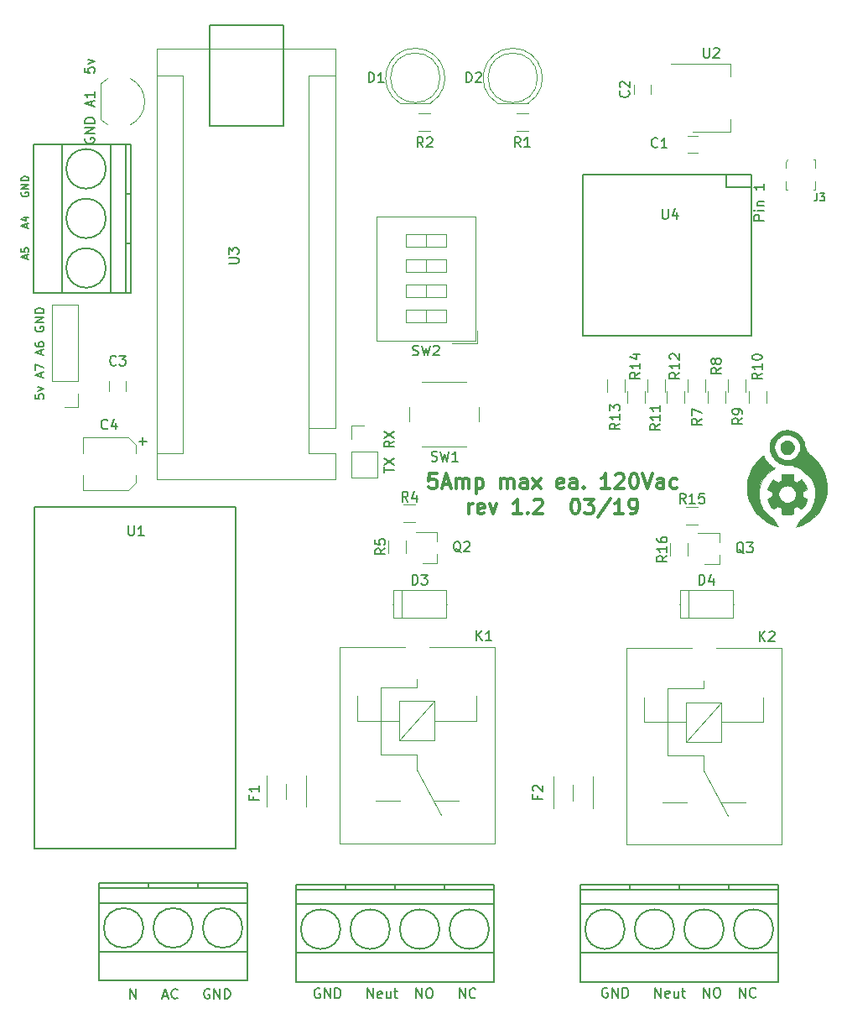
<source format=gbr>
G04 #@! TF.GenerationSoftware,KiCad,Pcbnew,5.1.2-f72e74a~84~ubuntu18.04.1*
G04 #@! TF.CreationDate,2019-06-24T12:10:09-06:00*
G04 #@! TF.ProjectId,LORA_Relay_AC,4c4f5241-5f52-4656-9c61-795f41432e6b,rev?*
G04 #@! TF.SameCoordinates,Original*
G04 #@! TF.FileFunction,Legend,Top*
G04 #@! TF.FilePolarity,Positive*
%FSLAX46Y46*%
G04 Gerber Fmt 4.6, Leading zero omitted, Abs format (unit mm)*
G04 Created by KiCad (PCBNEW 5.1.2-f72e74a~84~ubuntu18.04.1) date 2019-06-24 12:10:09*
%MOMM*%
%LPD*%
G04 APERTURE LIST*
%ADD10C,0.300000*%
%ADD11C,0.200000*%
%ADD12C,0.120000*%
%ADD13C,0.150000*%
%ADD14C,0.010000*%
%ADD15C,0.127000*%
G04 APERTURE END LIST*
D10*
X125410000Y-103567571D02*
X124695714Y-103567571D01*
X124624285Y-104281857D01*
X124695714Y-104210428D01*
X124838571Y-104139000D01*
X125195714Y-104139000D01*
X125338571Y-104210428D01*
X125410000Y-104281857D01*
X125481428Y-104424714D01*
X125481428Y-104781857D01*
X125410000Y-104924714D01*
X125338571Y-104996142D01*
X125195714Y-105067571D01*
X124838571Y-105067571D01*
X124695714Y-104996142D01*
X124624285Y-104924714D01*
X126052857Y-104639000D02*
X126767142Y-104639000D01*
X125910000Y-105067571D02*
X126410000Y-103567571D01*
X126910000Y-105067571D01*
X127410000Y-105067571D02*
X127410000Y-104067571D01*
X127410000Y-104210428D02*
X127481428Y-104139000D01*
X127624285Y-104067571D01*
X127838571Y-104067571D01*
X127981428Y-104139000D01*
X128052857Y-104281857D01*
X128052857Y-105067571D01*
X128052857Y-104281857D02*
X128124285Y-104139000D01*
X128267142Y-104067571D01*
X128481428Y-104067571D01*
X128624285Y-104139000D01*
X128695714Y-104281857D01*
X128695714Y-105067571D01*
X129410000Y-104067571D02*
X129410000Y-105567571D01*
X129410000Y-104139000D02*
X129552857Y-104067571D01*
X129838571Y-104067571D01*
X129981428Y-104139000D01*
X130052857Y-104210428D01*
X130124285Y-104353285D01*
X130124285Y-104781857D01*
X130052857Y-104924714D01*
X129981428Y-104996142D01*
X129838571Y-105067571D01*
X129552857Y-105067571D01*
X129410000Y-104996142D01*
X131910000Y-105067571D02*
X131910000Y-104067571D01*
X131910000Y-104210428D02*
X131981428Y-104139000D01*
X132124285Y-104067571D01*
X132338571Y-104067571D01*
X132481428Y-104139000D01*
X132552857Y-104281857D01*
X132552857Y-105067571D01*
X132552857Y-104281857D02*
X132624285Y-104139000D01*
X132767142Y-104067571D01*
X132981428Y-104067571D01*
X133124285Y-104139000D01*
X133195714Y-104281857D01*
X133195714Y-105067571D01*
X134552857Y-105067571D02*
X134552857Y-104281857D01*
X134481428Y-104139000D01*
X134338571Y-104067571D01*
X134052857Y-104067571D01*
X133910000Y-104139000D01*
X134552857Y-104996142D02*
X134410000Y-105067571D01*
X134052857Y-105067571D01*
X133910000Y-104996142D01*
X133838571Y-104853285D01*
X133838571Y-104710428D01*
X133910000Y-104567571D01*
X134052857Y-104496142D01*
X134410000Y-104496142D01*
X134552857Y-104424714D01*
X135124285Y-105067571D02*
X135910000Y-104067571D01*
X135124285Y-104067571D02*
X135910000Y-105067571D01*
X138195714Y-104996142D02*
X138052857Y-105067571D01*
X137767142Y-105067571D01*
X137624285Y-104996142D01*
X137552857Y-104853285D01*
X137552857Y-104281857D01*
X137624285Y-104139000D01*
X137767142Y-104067571D01*
X138052857Y-104067571D01*
X138195714Y-104139000D01*
X138267142Y-104281857D01*
X138267142Y-104424714D01*
X137552857Y-104567571D01*
X139552857Y-105067571D02*
X139552857Y-104281857D01*
X139481428Y-104139000D01*
X139338571Y-104067571D01*
X139052857Y-104067571D01*
X138910000Y-104139000D01*
X139552857Y-104996142D02*
X139410000Y-105067571D01*
X139052857Y-105067571D01*
X138910000Y-104996142D01*
X138838571Y-104853285D01*
X138838571Y-104710428D01*
X138910000Y-104567571D01*
X139052857Y-104496142D01*
X139410000Y-104496142D01*
X139552857Y-104424714D01*
X140267142Y-104924714D02*
X140338571Y-104996142D01*
X140267142Y-105067571D01*
X140195714Y-104996142D01*
X140267142Y-104924714D01*
X140267142Y-105067571D01*
X142910000Y-105067571D02*
X142052857Y-105067571D01*
X142481428Y-105067571D02*
X142481428Y-103567571D01*
X142338571Y-103781857D01*
X142195714Y-103924714D01*
X142052857Y-103996142D01*
X143481428Y-103710428D02*
X143552857Y-103639000D01*
X143695714Y-103567571D01*
X144052857Y-103567571D01*
X144195714Y-103639000D01*
X144267142Y-103710428D01*
X144338571Y-103853285D01*
X144338571Y-103996142D01*
X144267142Y-104210428D01*
X143410000Y-105067571D01*
X144338571Y-105067571D01*
X145267142Y-103567571D02*
X145410000Y-103567571D01*
X145552857Y-103639000D01*
X145624285Y-103710428D01*
X145695714Y-103853285D01*
X145767142Y-104139000D01*
X145767142Y-104496142D01*
X145695714Y-104781857D01*
X145624285Y-104924714D01*
X145552857Y-104996142D01*
X145410000Y-105067571D01*
X145267142Y-105067571D01*
X145124285Y-104996142D01*
X145052857Y-104924714D01*
X144981428Y-104781857D01*
X144910000Y-104496142D01*
X144910000Y-104139000D01*
X144981428Y-103853285D01*
X145052857Y-103710428D01*
X145124285Y-103639000D01*
X145267142Y-103567571D01*
X146195714Y-103567571D02*
X146695714Y-105067571D01*
X147195714Y-103567571D01*
X148338571Y-105067571D02*
X148338571Y-104281857D01*
X148267142Y-104139000D01*
X148124285Y-104067571D01*
X147838571Y-104067571D01*
X147695714Y-104139000D01*
X148338571Y-104996142D02*
X148195714Y-105067571D01*
X147838571Y-105067571D01*
X147695714Y-104996142D01*
X147624285Y-104853285D01*
X147624285Y-104710428D01*
X147695714Y-104567571D01*
X147838571Y-104496142D01*
X148195714Y-104496142D01*
X148338571Y-104424714D01*
X149695714Y-104996142D02*
X149552857Y-105067571D01*
X149267142Y-105067571D01*
X149124285Y-104996142D01*
X149052857Y-104924714D01*
X148981428Y-104781857D01*
X148981428Y-104353285D01*
X149052857Y-104210428D01*
X149124285Y-104139000D01*
X149267142Y-104067571D01*
X149552857Y-104067571D01*
X149695714Y-104139000D01*
X128695714Y-107617571D02*
X128695714Y-106617571D01*
X128695714Y-106903285D02*
X128767142Y-106760428D01*
X128838571Y-106689000D01*
X128981428Y-106617571D01*
X129124285Y-106617571D01*
X130195714Y-107546142D02*
X130052857Y-107617571D01*
X129767142Y-107617571D01*
X129624285Y-107546142D01*
X129552857Y-107403285D01*
X129552857Y-106831857D01*
X129624285Y-106689000D01*
X129767142Y-106617571D01*
X130052857Y-106617571D01*
X130195714Y-106689000D01*
X130267142Y-106831857D01*
X130267142Y-106974714D01*
X129552857Y-107117571D01*
X130767142Y-106617571D02*
X131124285Y-107617571D01*
X131481428Y-106617571D01*
X133981428Y-107617571D02*
X133124285Y-107617571D01*
X133552857Y-107617571D02*
X133552857Y-106117571D01*
X133410000Y-106331857D01*
X133267142Y-106474714D01*
X133124285Y-106546142D01*
X134624285Y-107474714D02*
X134695714Y-107546142D01*
X134624285Y-107617571D01*
X134552857Y-107546142D01*
X134624285Y-107474714D01*
X134624285Y-107617571D01*
X135267142Y-106260428D02*
X135338571Y-106189000D01*
X135481428Y-106117571D01*
X135838571Y-106117571D01*
X135981428Y-106189000D01*
X136052857Y-106260428D01*
X136124285Y-106403285D01*
X136124285Y-106546142D01*
X136052857Y-106760428D01*
X135195714Y-107617571D01*
X136124285Y-107617571D01*
X139338571Y-106117571D02*
X139481428Y-106117571D01*
X139624285Y-106189000D01*
X139695714Y-106260428D01*
X139767142Y-106403285D01*
X139838571Y-106689000D01*
X139838571Y-107046142D01*
X139767142Y-107331857D01*
X139695714Y-107474714D01*
X139624285Y-107546142D01*
X139481428Y-107617571D01*
X139338571Y-107617571D01*
X139195714Y-107546142D01*
X139124285Y-107474714D01*
X139052857Y-107331857D01*
X138981428Y-107046142D01*
X138981428Y-106689000D01*
X139052857Y-106403285D01*
X139124285Y-106260428D01*
X139195714Y-106189000D01*
X139338571Y-106117571D01*
X140338571Y-106117571D02*
X141267142Y-106117571D01*
X140767142Y-106689000D01*
X140981428Y-106689000D01*
X141124285Y-106760428D01*
X141195714Y-106831857D01*
X141267142Y-106974714D01*
X141267142Y-107331857D01*
X141195714Y-107474714D01*
X141124285Y-107546142D01*
X140981428Y-107617571D01*
X140552857Y-107617571D01*
X140410000Y-107546142D01*
X140338571Y-107474714D01*
X142981428Y-106046142D02*
X141695714Y-107974714D01*
X144267142Y-107617571D02*
X143410000Y-107617571D01*
X143838571Y-107617571D02*
X143838571Y-106117571D01*
X143695714Y-106331857D01*
X143552857Y-106474714D01*
X143410000Y-106546142D01*
X144981428Y-107617571D02*
X145267142Y-107617571D01*
X145410000Y-107546142D01*
X145481428Y-107474714D01*
X145624285Y-107260428D01*
X145695714Y-106974714D01*
X145695714Y-106403285D01*
X145624285Y-106260428D01*
X145552857Y-106189000D01*
X145410000Y-106117571D01*
X145124285Y-106117571D01*
X144981428Y-106189000D01*
X144910000Y-106260428D01*
X144838571Y-106403285D01*
X144838571Y-106760428D01*
X144910000Y-106903285D01*
X144981428Y-106974714D01*
X145124285Y-107046142D01*
X145410000Y-107046142D01*
X145552857Y-106974714D01*
X145624285Y-106903285D01*
X145695714Y-106760428D01*
D11*
X102552500Y-58293000D02*
X102489000Y-58356500D01*
X102489000Y-68453000D02*
X102489000Y-58356500D01*
X109982000Y-68453000D02*
X102489000Y-68453000D01*
X109982000Y-58293000D02*
X109982000Y-68453000D01*
X102489000Y-58293000D02*
X109982000Y-58293000D01*
D12*
X89214000Y-86554000D02*
X86554000Y-86554000D01*
X89214000Y-94234000D02*
X89214000Y-86554000D01*
X86554000Y-94234000D02*
X86554000Y-86554000D01*
X89214000Y-94234000D02*
X86554000Y-94234000D01*
X89214000Y-95504000D02*
X89214000Y-96834000D01*
X89214000Y-96834000D02*
X87884000Y-96834000D01*
D13*
X84836000Y-106934000D02*
X84836000Y-107950000D01*
X105156000Y-106934000D02*
X84836000Y-106934000D01*
X105156000Y-141351000D02*
X105156000Y-106934000D01*
X84836000Y-141351000D02*
X105156000Y-141351000D01*
X84836000Y-107950000D02*
X84836000Y-141351000D01*
X154686000Y-74676000D02*
X157226000Y-74676000D01*
X154686000Y-73406000D02*
X154686000Y-74676000D01*
X140208000Y-73406000D02*
X157226000Y-73406000D01*
X140208000Y-89662000D02*
X140208000Y-73406000D01*
X157226000Y-89662000D02*
X140208000Y-89662000D01*
X157226000Y-73406000D02*
X157226000Y-89662000D01*
X105806000Y-149379000D02*
G75*
G03X105806000Y-149379000I-2000000J0D01*
G01*
X100806000Y-149379000D02*
G75*
G03X100806000Y-149379000I-2000000J0D01*
G01*
X95806000Y-149379000D02*
G75*
G03X95806000Y-149379000I-2000000J0D01*
G01*
X106306000Y-154679000D02*
X106306000Y-144879000D01*
X91306000Y-154679000D02*
X106306000Y-154679000D01*
X91306000Y-144879000D02*
X91306000Y-154679000D01*
X106306000Y-144879000D02*
X91306000Y-144879000D01*
X106306000Y-145379000D02*
X91306000Y-145379000D01*
X106306000Y-151779000D02*
X91306000Y-151779000D01*
X106306000Y-146879000D02*
X91306000Y-146879000D01*
X101306000Y-145379000D02*
X101306000Y-144879000D01*
X96306000Y-145379000D02*
X96306000Y-144879000D01*
D12*
X122244000Y-121028000D02*
X115644000Y-121028000D01*
X131244000Y-121028000D02*
X124644000Y-121028000D01*
X131244000Y-121028000D02*
X131244000Y-140828000D01*
X131244000Y-140828000D02*
X115644000Y-140828000D01*
X115644000Y-140828000D02*
X115644000Y-121028000D01*
X119244000Y-136578000D02*
X121694000Y-136578000D01*
X127644000Y-136578000D02*
X125144000Y-136578000D01*
X117394000Y-125978000D02*
X117394000Y-128478000D01*
X123394000Y-125078000D02*
X123394000Y-124278000D01*
X129394000Y-128478000D02*
X129394000Y-125978000D01*
X123394000Y-131878000D02*
X123394000Y-133378000D01*
X123394000Y-133378000D02*
X125894000Y-137978000D01*
X119794000Y-131878000D02*
X119794000Y-125078000D01*
X123394000Y-131878000D02*
X119794000Y-131878000D01*
X123394000Y-125078000D02*
X119794000Y-125078000D01*
X129394000Y-128478000D02*
X125194000Y-128478000D01*
X121594000Y-128478000D02*
X117394000Y-128478000D01*
X121594000Y-130478000D02*
X125194000Y-126478000D01*
X121594000Y-126478000D02*
X125194000Y-126478000D01*
X125194000Y-126478000D02*
X125194000Y-130478000D01*
X125194000Y-130478000D02*
X121594000Y-130478000D01*
X121594000Y-130478000D02*
X121594000Y-126478000D01*
X150550000Y-130605000D02*
X150550000Y-126605000D01*
X154150000Y-130605000D02*
X150550000Y-130605000D01*
X154150000Y-126605000D02*
X154150000Y-130605000D01*
X150550000Y-126605000D02*
X154150000Y-126605000D01*
X150550000Y-130605000D02*
X154150000Y-126605000D01*
X150550000Y-128605000D02*
X146350000Y-128605000D01*
X158350000Y-128605000D02*
X154150000Y-128605000D01*
X152350000Y-125205000D02*
X148750000Y-125205000D01*
X152350000Y-132005000D02*
X148750000Y-132005000D01*
X148750000Y-132005000D02*
X148750000Y-125205000D01*
X152350000Y-133505000D02*
X154850000Y-138105000D01*
X152350000Y-132005000D02*
X152350000Y-133505000D01*
X158350000Y-128605000D02*
X158350000Y-126105000D01*
X152350000Y-125205000D02*
X152350000Y-124405000D01*
X146350000Y-126105000D02*
X146350000Y-128605000D01*
X156600000Y-136705000D02*
X154100000Y-136705000D01*
X148200000Y-136705000D02*
X150650000Y-136705000D01*
X144600000Y-140955000D02*
X144600000Y-121155000D01*
X160200000Y-140955000D02*
X144600000Y-140955000D01*
X160200000Y-121155000D02*
X160200000Y-140955000D01*
X160200000Y-121155000D02*
X153600000Y-121155000D01*
X151200000Y-121155000D02*
X144600000Y-121155000D01*
X150777001Y-71208000D02*
X151777001Y-71208000D01*
X151777001Y-69508000D02*
X150777001Y-69508000D01*
X147027000Y-65290001D02*
X147027000Y-64290001D01*
X145327000Y-64290001D02*
X145327000Y-65290001D01*
X94068000Y-95226000D02*
X94068000Y-94226000D01*
X92368000Y-94226000D02*
X92368000Y-95226000D01*
X121708500Y-66187000D02*
X124798500Y-66187000D01*
X125753500Y-63627000D02*
G75*
G03X125753500Y-63627000I-2500000J0D01*
G01*
X123253038Y-60637000D02*
G75*
G02X124798330Y-66187000I462J-2990000D01*
G01*
X123253962Y-60637000D02*
G75*
G03X121708670Y-66187000I-462J-2990000D01*
G01*
X133096462Y-60637000D02*
G75*
G03X131551170Y-66187000I-462J-2990000D01*
G01*
X133095538Y-60637000D02*
G75*
G02X134640830Y-66187000I462J-2990000D01*
G01*
X135596000Y-63627000D02*
G75*
G03X135596000Y-63627000I-2500000J0D01*
G01*
X131551000Y-66187000D02*
X134641000Y-66187000D01*
X121038000Y-115303000D02*
X121038000Y-118123000D01*
X121038000Y-118123000D02*
X126358000Y-118123000D01*
X126358000Y-118123000D02*
X126358000Y-115303000D01*
X126358000Y-115303000D02*
X121038000Y-115303000D01*
X120968000Y-116713000D02*
X121038000Y-116713000D01*
X126428000Y-116713000D02*
X126358000Y-116713000D01*
X121878000Y-115303000D02*
X121878000Y-118123000D01*
X150834000Y-115303000D02*
X150834000Y-118123000D01*
X155384000Y-116713000D02*
X155314000Y-116713000D01*
X149924000Y-116713000D02*
X149994000Y-116713000D01*
X155314000Y-115303000D02*
X149994000Y-115303000D01*
X155314000Y-118123000D02*
X155314000Y-115303000D01*
X149994000Y-118123000D02*
X155314000Y-118123000D01*
X149994000Y-115303000D02*
X149994000Y-118123000D01*
X112236000Y-133973000D02*
X112236000Y-137173000D01*
X108236000Y-137173000D02*
X108236000Y-133973000D01*
X110236000Y-134823000D02*
X110236000Y-136423000D01*
X139192000Y-134950000D02*
X139192000Y-136550000D01*
X137192000Y-137300000D02*
X137192000Y-134100000D01*
X141192000Y-134100000D02*
X141192000Y-137300000D01*
X133446000Y-67192000D02*
X134646000Y-67192000D01*
X134646000Y-68952000D02*
X133446000Y-68952000D01*
X124803499Y-68952000D02*
X123603499Y-68952000D01*
X123603499Y-67192000D02*
X124803499Y-67192000D01*
X123282000Y-108449000D02*
X122082000Y-108449000D01*
X122082000Y-106689000D02*
X123282000Y-106689000D01*
X120532000Y-111537001D02*
X120532000Y-110337001D01*
X122292000Y-110337001D02*
X122292000Y-111537001D01*
X150758000Y-95276000D02*
X150758000Y-94076000D01*
X152518000Y-94076000D02*
X152518000Y-95276000D01*
X154550000Y-95221500D02*
X154550000Y-96421500D01*
X152790000Y-96421500D02*
X152790000Y-95221500D01*
X154822000Y-95276000D02*
X154822000Y-94076000D01*
X156582000Y-94076000D02*
X156582000Y-95276000D01*
X158677500Y-95219000D02*
X158677500Y-96419000D01*
X156917500Y-96419000D02*
X156917500Y-95219000D01*
X148454000Y-94076000D02*
X148454000Y-95276000D01*
X146694000Y-95276000D02*
X146694000Y-94076000D01*
X148662500Y-96421500D02*
X148662500Y-95221500D01*
X150422500Y-95221500D02*
X150422500Y-96421500D01*
X144390000Y-94081001D02*
X144390000Y-95281001D01*
X142630000Y-95281001D02*
X142630000Y-94081001D01*
X144662000Y-96421500D02*
X144662000Y-95221500D01*
X146422000Y-95221500D02*
X146422000Y-96421500D01*
X150596001Y-106943000D02*
X151796001Y-106943000D01*
X151796001Y-108703000D02*
X150596001Y-108703000D01*
X150740000Y-110586000D02*
X150740000Y-111786000D01*
X148980000Y-111786000D02*
X148980000Y-110586000D01*
X128436000Y-94313501D02*
X123936000Y-94313501D01*
X129686000Y-98313501D02*
X129686000Y-96813501D01*
X123936000Y-100813501D02*
X128436000Y-100813501D01*
X122686000Y-96813501D02*
X122686000Y-98313501D01*
X112522000Y-98933000D02*
X112522000Y-101473000D01*
X112522000Y-101473000D02*
X115192000Y-101473000D01*
X115192000Y-98933000D02*
X115192000Y-60703000D01*
X115192000Y-104143000D02*
X115192000Y-101473000D01*
X99822000Y-101473000D02*
X97152000Y-101473000D01*
X99822000Y-101473000D02*
X99822000Y-63373000D01*
X99822000Y-63373000D02*
X97152000Y-63373000D01*
X112522000Y-98933000D02*
X115192000Y-98933000D01*
X112522000Y-98933000D02*
X112522000Y-63373000D01*
X112522000Y-63373000D02*
X115192000Y-63373000D01*
X115192000Y-60703000D02*
X97152000Y-60703000D01*
X97152000Y-60703000D02*
X97152000Y-104143000D01*
X97152000Y-104143000D02*
X115192000Y-104143000D01*
D13*
X116198000Y-145506000D02*
X116198000Y-145006000D01*
X121198000Y-145506000D02*
X121198000Y-145006000D01*
X126198000Y-145506000D02*
X126198000Y-145006000D01*
X131198000Y-147006000D02*
X111198000Y-147006000D01*
X131198000Y-151906000D02*
X111198000Y-151906000D01*
X131198000Y-145506000D02*
X111198000Y-145506000D01*
X131198000Y-145006000D02*
X111198000Y-145006000D01*
X111198000Y-145006000D02*
X111198000Y-154806000D01*
X111198000Y-154806000D02*
X131198000Y-154806000D01*
X131198000Y-154806000D02*
X131198000Y-145006000D01*
X115698000Y-149506000D02*
G75*
G03X115698000Y-149506000I-2000000J0D01*
G01*
X120698000Y-149506000D02*
G75*
G03X120698000Y-149506000I-2000000J0D01*
G01*
X125698000Y-149506000D02*
G75*
G03X125698000Y-149506000I-2000000J0D01*
G01*
X130698000Y-149506000D02*
G75*
G03X130698000Y-149506000I-2000000J0D01*
G01*
X159400000Y-149506000D02*
G75*
G03X159400000Y-149506000I-2000000J0D01*
G01*
X154400000Y-149506000D02*
G75*
G03X154400000Y-149506000I-2000000J0D01*
G01*
X149400000Y-149506000D02*
G75*
G03X149400000Y-149506000I-2000000J0D01*
G01*
X144400000Y-149506000D02*
G75*
G03X144400000Y-149506000I-2000000J0D01*
G01*
X159900000Y-154806000D02*
X159900000Y-145006000D01*
X139900000Y-154806000D02*
X159900000Y-154806000D01*
X139900000Y-145006000D02*
X139900000Y-154806000D01*
X159900000Y-145006000D02*
X139900000Y-145006000D01*
X159900000Y-145506000D02*
X139900000Y-145506000D01*
X159900000Y-151906000D02*
X139900000Y-151906000D01*
X159900000Y-147006000D02*
X139900000Y-147006000D01*
X154900000Y-145506000D02*
X154900000Y-145006000D01*
X149900000Y-145506000D02*
X149900000Y-145006000D01*
X144900000Y-145506000D02*
X144900000Y-145006000D01*
D12*
X125474000Y-112578000D02*
X124014000Y-112578000D01*
X125474000Y-109418000D02*
X123314000Y-109418000D01*
X125474000Y-109418000D02*
X125474000Y-110348000D01*
X125474000Y-112578000D02*
X125474000Y-111648000D01*
X153938000Y-112705000D02*
X153938000Y-111775000D01*
X153938000Y-109545000D02*
X153938000Y-110475000D01*
X153938000Y-109545000D02*
X151778000Y-109545000D01*
X153938000Y-112705000D02*
X152478000Y-112705000D01*
X91495000Y-64240000D02*
X91495000Y-67840000D01*
X92222205Y-63715816D02*
G75*
G03X91495000Y-64240000I1122795J-2324184D01*
G01*
X94443807Y-63683600D02*
G75*
G02X95945000Y-66040000I-1098807J-2356400D01*
G01*
X94443807Y-68396400D02*
G75*
G03X95945000Y-66040000I-1098807J2356400D01*
G01*
X92222205Y-68364184D02*
G75*
G02X91495000Y-67840000I1122795J2324184D01*
G01*
X155046999Y-69069000D02*
X155046999Y-67809000D01*
X155046999Y-62249000D02*
X155046999Y-63509000D01*
X151286999Y-69069000D02*
X155046999Y-69069000D01*
X149036999Y-62249000D02*
X155046999Y-62249000D01*
X94261500Y-99912500D02*
X89681500Y-99912500D01*
X95021500Y-100672500D02*
X94261500Y-99912500D01*
X94261500Y-105242500D02*
X95021500Y-104482500D01*
X89681500Y-105242500D02*
X94261500Y-105242500D01*
X95021500Y-104482500D02*
X95021500Y-103692500D01*
X95021500Y-100672500D02*
X95021500Y-101462500D01*
X89681500Y-99912500D02*
X89681500Y-101462500D01*
X89681500Y-105242500D02*
X89681500Y-103692500D01*
X163655000Y-71906000D02*
X163655000Y-72706000D01*
X163455000Y-71906000D02*
X163655000Y-71906000D01*
X163655000Y-74906000D02*
X163455000Y-74906000D01*
X163655000Y-74106000D02*
X163655000Y-74906000D01*
X160655000Y-74906000D02*
X160655000Y-74106000D01*
X160855000Y-74906000D02*
X160655000Y-74906000D01*
X160655000Y-72106000D02*
X160855000Y-71906000D01*
X160655000Y-72706000D02*
X160655000Y-72106000D01*
D13*
X92016000Y-82804000D02*
G75*
G03X92016000Y-82804000I-2000000J0D01*
G01*
X92016000Y-77804000D02*
G75*
G03X92016000Y-77804000I-2000000J0D01*
G01*
X92016000Y-72804000D02*
G75*
G03X92016000Y-72804000I-2000000J0D01*
G01*
X84716000Y-85304000D02*
X94516000Y-85304000D01*
X84716000Y-70304000D02*
X84716000Y-85304000D01*
X94516000Y-70304000D02*
X84716000Y-70304000D01*
X94516000Y-85304000D02*
X94516000Y-70304000D01*
X94016000Y-85304000D02*
X94016000Y-70304000D01*
X87616000Y-85304000D02*
X87616000Y-70304000D01*
X92516000Y-85304000D02*
X92516000Y-70304000D01*
X94016000Y-80304000D02*
X94516000Y-80304000D01*
X94016000Y-75304000D02*
X94516000Y-75304000D01*
D12*
X129543000Y-90373500D02*
X129543000Y-89103500D01*
X129543000Y-90373500D02*
X127003000Y-90373500D01*
X129343000Y-90173500D02*
X119323000Y-90173500D01*
X119323000Y-90173500D02*
X119323000Y-77593500D01*
X119323000Y-77593500D02*
X129343000Y-77593500D01*
X129343000Y-77593500D02*
X129343000Y-90173500D01*
X126363000Y-88328500D02*
X126363000Y-87058500D01*
X126363000Y-87058500D02*
X122303000Y-87058500D01*
X122303000Y-87058500D02*
X122303000Y-88328500D01*
X122303000Y-88328500D02*
X126363000Y-88328500D01*
X124333000Y-88328500D02*
X124333000Y-87058500D01*
X126363000Y-85788500D02*
X126363000Y-84518500D01*
X126363000Y-84518500D02*
X122303000Y-84518500D01*
X122303000Y-84518500D02*
X122303000Y-85788500D01*
X122303000Y-85788500D02*
X126363000Y-85788500D01*
X124333000Y-85788500D02*
X124333000Y-84518500D01*
X126363000Y-83248500D02*
X126363000Y-81978500D01*
X126363000Y-81978500D02*
X122303000Y-81978500D01*
X122303000Y-81978500D02*
X122303000Y-83248500D01*
X122303000Y-83248500D02*
X126363000Y-83248500D01*
X124333000Y-83248500D02*
X124333000Y-81978500D01*
X126363000Y-80708500D02*
X126363000Y-79438500D01*
X126363000Y-79438500D02*
X122303000Y-79438500D01*
X122303000Y-79438500D02*
X122303000Y-80708500D01*
X122303000Y-80708500D02*
X126363000Y-80708500D01*
X124333000Y-80708500D02*
X124333000Y-79438500D01*
D14*
G36*
X160874592Y-99167546D02*
G01*
X161019909Y-99176933D01*
X161149111Y-99195069D01*
X161163000Y-99197838D01*
X161394659Y-99262529D01*
X161611370Y-99356507D01*
X161811191Y-99477792D01*
X161992182Y-99624401D01*
X162152401Y-99794353D01*
X162289908Y-99985666D01*
X162402762Y-100196360D01*
X162489021Y-100424452D01*
X162533230Y-100596700D01*
X162557509Y-100693973D01*
X162592389Y-100809114D01*
X162633787Y-100930369D01*
X162677616Y-101045984D01*
X162719792Y-101144203D01*
X162732914Y-101171318D01*
X162773128Y-101247667D01*
X162814113Y-101316565D01*
X162859330Y-101381950D01*
X162912240Y-101447759D01*
X162976304Y-101517932D01*
X163054983Y-101596408D01*
X163151738Y-101687123D01*
X163270029Y-101794018D01*
X163316351Y-101835266D01*
X163457635Y-101962704D01*
X163577320Y-102075512D01*
X163680859Y-102179435D01*
X163773708Y-102280218D01*
X163861319Y-102383604D01*
X163949146Y-102495338D01*
X163973166Y-102527100D01*
X164187484Y-102839355D01*
X164370697Y-103163702D01*
X164522383Y-103499159D01*
X164642122Y-103844747D01*
X164729492Y-104199485D01*
X164756133Y-104349062D01*
X164765554Y-104415218D01*
X164772914Y-104484268D01*
X164778432Y-104561344D01*
X164782327Y-104651576D01*
X164784819Y-104760096D01*
X164786127Y-104892036D01*
X164786471Y-105052526D01*
X164786468Y-105058633D01*
X164785832Y-105230133D01*
X164783568Y-105373731D01*
X164778851Y-105495385D01*
X164770859Y-105601051D01*
X164758768Y-105696686D01*
X164741755Y-105788245D01*
X164718996Y-105881685D01*
X164689668Y-105982963D01*
X164652948Y-106098035D01*
X164635481Y-106150833D01*
X164499198Y-106507773D01*
X164334196Y-106847636D01*
X164141644Y-107169089D01*
X163922716Y-107470803D01*
X163678581Y-107751444D01*
X163410411Y-108009682D01*
X163119377Y-108244184D01*
X162806652Y-108453621D01*
X162473405Y-108636659D01*
X162430564Y-108657520D01*
X162329014Y-108703530D01*
X162215782Y-108750253D01*
X162098518Y-108794947D01*
X161984869Y-108834870D01*
X161882487Y-108867281D01*
X161799019Y-108889436D01*
X161764991Y-108896095D01*
X161689650Y-108907908D01*
X161727300Y-108850171D01*
X161752326Y-108809285D01*
X161787325Y-108748908D01*
X161826324Y-108679423D01*
X161843289Y-108648500D01*
X161911234Y-108524259D01*
X161968402Y-108422887D01*
X162019086Y-108339313D01*
X162067579Y-108268463D01*
X162118174Y-108205264D01*
X162175166Y-108144643D01*
X162242848Y-108081527D01*
X162325512Y-108010844D01*
X162427453Y-107927519D01*
X162509199Y-107861672D01*
X162722335Y-107682332D01*
X162905910Y-107509461D01*
X163062524Y-107338901D01*
X163194772Y-107166496D01*
X163305252Y-106988087D01*
X163396560Y-106799517D01*
X163471295Y-106596631D01*
X163532052Y-106375269D01*
X163577996Y-106150833D01*
X163596959Y-106014745D01*
X163610232Y-105857678D01*
X163617751Y-105688465D01*
X163619450Y-105515936D01*
X163615265Y-105348925D01*
X163605130Y-105196262D01*
X163588981Y-105066779D01*
X163586084Y-105050167D01*
X163523252Y-104771251D01*
X163440459Y-104517948D01*
X163336212Y-104287482D01*
X163209022Y-104077081D01*
X163057399Y-103883971D01*
X162879850Y-103705378D01*
X162848432Y-103677524D01*
X162628188Y-103488965D01*
X162427022Y-103324577D01*
X162241939Y-103182845D01*
X162069947Y-103062252D01*
X161908053Y-102961282D01*
X161753262Y-102878419D01*
X161602583Y-102812147D01*
X161453022Y-102760948D01*
X161301585Y-102723308D01*
X161145280Y-102697711D01*
X160981113Y-102682638D01*
X160875133Y-102677945D01*
X160690881Y-102669251D01*
X160532488Y-102653501D01*
X160392369Y-102628968D01*
X160262936Y-102593925D01*
X160136605Y-102546646D01*
X160005790Y-102485404D01*
X159987070Y-102475817D01*
X159783900Y-102352391D01*
X159602421Y-102204822D01*
X159443982Y-102036046D01*
X159309931Y-101848995D01*
X159201618Y-101646605D01*
X159120392Y-101431810D01*
X159067602Y-101207545D01*
X159044596Y-100976743D01*
X159047483Y-100893484D01*
X159512983Y-100893484D01*
X159516978Y-101031129D01*
X159531733Y-101157143D01*
X159543879Y-101214897D01*
X159610965Y-101414551D01*
X159705636Y-101597009D01*
X159825430Y-101760033D01*
X159967885Y-101901384D01*
X160130541Y-102018825D01*
X160310935Y-102110118D01*
X160506606Y-102173025D01*
X160621792Y-102194998D01*
X160709656Y-102206310D01*
X160781037Y-102210792D01*
X160851085Y-102208471D01*
X160934954Y-102199376D01*
X160962808Y-102195643D01*
X161170941Y-102150743D01*
X161364322Y-102076350D01*
X161540684Y-101974451D01*
X161697763Y-101847032D01*
X161833297Y-101696081D01*
X161945020Y-101523583D01*
X162030669Y-101331527D01*
X162062477Y-101230721D01*
X162080072Y-101138985D01*
X162090431Y-101025449D01*
X162093556Y-100901399D01*
X162089444Y-100778119D01*
X162078097Y-100666893D01*
X162062477Y-100589213D01*
X161990923Y-100389232D01*
X161892452Y-100207155D01*
X161769444Y-100045180D01*
X161624278Y-99905503D01*
X161459333Y-99790320D01*
X161276987Y-99701828D01*
X161079620Y-99642225D01*
X161025383Y-99631599D01*
X160913211Y-99614658D01*
X160818862Y-99607600D01*
X160727836Y-99610192D01*
X160625634Y-99622206D01*
X160607443Y-99624961D01*
X160405338Y-99672812D01*
X160217028Y-99750534D01*
X160044840Y-99856129D01*
X159891101Y-99987605D01*
X159758137Y-100142964D01*
X159648277Y-100320211D01*
X159563845Y-100517351D01*
X159562577Y-100521058D01*
X159536079Y-100627420D01*
X159519449Y-100755238D01*
X159512983Y-100893484D01*
X159047483Y-100893484D01*
X159052725Y-100742340D01*
X159089480Y-100523376D01*
X159160884Y-100290361D01*
X159261049Y-100073399D01*
X159387930Y-99874468D01*
X159539484Y-99695548D01*
X159713668Y-99538616D01*
X159908438Y-99405651D01*
X160121750Y-99298632D01*
X160351561Y-99219538D01*
X160463786Y-99192759D01*
X160584346Y-99175370D01*
X160725342Y-99166995D01*
X160874592Y-99167546D01*
X160874592Y-99167546D01*
G37*
X160874592Y-99167546D02*
X161019909Y-99176933D01*
X161149111Y-99195069D01*
X161163000Y-99197838D01*
X161394659Y-99262529D01*
X161611370Y-99356507D01*
X161811191Y-99477792D01*
X161992182Y-99624401D01*
X162152401Y-99794353D01*
X162289908Y-99985666D01*
X162402762Y-100196360D01*
X162489021Y-100424452D01*
X162533230Y-100596700D01*
X162557509Y-100693973D01*
X162592389Y-100809114D01*
X162633787Y-100930369D01*
X162677616Y-101045984D01*
X162719792Y-101144203D01*
X162732914Y-101171318D01*
X162773128Y-101247667D01*
X162814113Y-101316565D01*
X162859330Y-101381950D01*
X162912240Y-101447759D01*
X162976304Y-101517932D01*
X163054983Y-101596408D01*
X163151738Y-101687123D01*
X163270029Y-101794018D01*
X163316351Y-101835266D01*
X163457635Y-101962704D01*
X163577320Y-102075512D01*
X163680859Y-102179435D01*
X163773708Y-102280218D01*
X163861319Y-102383604D01*
X163949146Y-102495338D01*
X163973166Y-102527100D01*
X164187484Y-102839355D01*
X164370697Y-103163702D01*
X164522383Y-103499159D01*
X164642122Y-103844747D01*
X164729492Y-104199485D01*
X164756133Y-104349062D01*
X164765554Y-104415218D01*
X164772914Y-104484268D01*
X164778432Y-104561344D01*
X164782327Y-104651576D01*
X164784819Y-104760096D01*
X164786127Y-104892036D01*
X164786471Y-105052526D01*
X164786468Y-105058633D01*
X164785832Y-105230133D01*
X164783568Y-105373731D01*
X164778851Y-105495385D01*
X164770859Y-105601051D01*
X164758768Y-105696686D01*
X164741755Y-105788245D01*
X164718996Y-105881685D01*
X164689668Y-105982963D01*
X164652948Y-106098035D01*
X164635481Y-106150833D01*
X164499198Y-106507773D01*
X164334196Y-106847636D01*
X164141644Y-107169089D01*
X163922716Y-107470803D01*
X163678581Y-107751444D01*
X163410411Y-108009682D01*
X163119377Y-108244184D01*
X162806652Y-108453621D01*
X162473405Y-108636659D01*
X162430564Y-108657520D01*
X162329014Y-108703530D01*
X162215782Y-108750253D01*
X162098518Y-108794947D01*
X161984869Y-108834870D01*
X161882487Y-108867281D01*
X161799019Y-108889436D01*
X161764991Y-108896095D01*
X161689650Y-108907908D01*
X161727300Y-108850171D01*
X161752326Y-108809285D01*
X161787325Y-108748908D01*
X161826324Y-108679423D01*
X161843289Y-108648500D01*
X161911234Y-108524259D01*
X161968402Y-108422887D01*
X162019086Y-108339313D01*
X162067579Y-108268463D01*
X162118174Y-108205264D01*
X162175166Y-108144643D01*
X162242848Y-108081527D01*
X162325512Y-108010844D01*
X162427453Y-107927519D01*
X162509199Y-107861672D01*
X162722335Y-107682332D01*
X162905910Y-107509461D01*
X163062524Y-107338901D01*
X163194772Y-107166496D01*
X163305252Y-106988087D01*
X163396560Y-106799517D01*
X163471295Y-106596631D01*
X163532052Y-106375269D01*
X163577996Y-106150833D01*
X163596959Y-106014745D01*
X163610232Y-105857678D01*
X163617751Y-105688465D01*
X163619450Y-105515936D01*
X163615265Y-105348925D01*
X163605130Y-105196262D01*
X163588981Y-105066779D01*
X163586084Y-105050167D01*
X163523252Y-104771251D01*
X163440459Y-104517948D01*
X163336212Y-104287482D01*
X163209022Y-104077081D01*
X163057399Y-103883971D01*
X162879850Y-103705378D01*
X162848432Y-103677524D01*
X162628188Y-103488965D01*
X162427022Y-103324577D01*
X162241939Y-103182845D01*
X162069947Y-103062252D01*
X161908053Y-102961282D01*
X161753262Y-102878419D01*
X161602583Y-102812147D01*
X161453022Y-102760948D01*
X161301585Y-102723308D01*
X161145280Y-102697711D01*
X160981113Y-102682638D01*
X160875133Y-102677945D01*
X160690881Y-102669251D01*
X160532488Y-102653501D01*
X160392369Y-102628968D01*
X160262936Y-102593925D01*
X160136605Y-102546646D01*
X160005790Y-102485404D01*
X159987070Y-102475817D01*
X159783900Y-102352391D01*
X159602421Y-102204822D01*
X159443982Y-102036046D01*
X159309931Y-101848995D01*
X159201618Y-101646605D01*
X159120392Y-101431810D01*
X159067602Y-101207545D01*
X159044596Y-100976743D01*
X159047483Y-100893484D01*
X159512983Y-100893484D01*
X159516978Y-101031129D01*
X159531733Y-101157143D01*
X159543879Y-101214897D01*
X159610965Y-101414551D01*
X159705636Y-101597009D01*
X159825430Y-101760033D01*
X159967885Y-101901384D01*
X160130541Y-102018825D01*
X160310935Y-102110118D01*
X160506606Y-102173025D01*
X160621792Y-102194998D01*
X160709656Y-102206310D01*
X160781037Y-102210792D01*
X160851085Y-102208471D01*
X160934954Y-102199376D01*
X160962808Y-102195643D01*
X161170941Y-102150743D01*
X161364322Y-102076350D01*
X161540684Y-101974451D01*
X161697763Y-101847032D01*
X161833297Y-101696081D01*
X161945020Y-101523583D01*
X162030669Y-101331527D01*
X162062477Y-101230721D01*
X162080072Y-101138985D01*
X162090431Y-101025449D01*
X162093556Y-100901399D01*
X162089444Y-100778119D01*
X162078097Y-100666893D01*
X162062477Y-100589213D01*
X161990923Y-100389232D01*
X161892452Y-100207155D01*
X161769444Y-100045180D01*
X161624278Y-99905503D01*
X161459333Y-99790320D01*
X161276987Y-99701828D01*
X161079620Y-99642225D01*
X161025383Y-99631599D01*
X160913211Y-99614658D01*
X160818862Y-99607600D01*
X160727836Y-99610192D01*
X160625634Y-99622206D01*
X160607443Y-99624961D01*
X160405338Y-99672812D01*
X160217028Y-99750534D01*
X160044840Y-99856129D01*
X159891101Y-99987605D01*
X159758137Y-100142964D01*
X159648277Y-100320211D01*
X159563845Y-100517351D01*
X159562577Y-100521058D01*
X159536079Y-100627420D01*
X159519449Y-100755238D01*
X159512983Y-100893484D01*
X159047483Y-100893484D01*
X159052725Y-100742340D01*
X159089480Y-100523376D01*
X159160884Y-100290361D01*
X159261049Y-100073399D01*
X159387930Y-99874468D01*
X159539484Y-99695548D01*
X159713668Y-99538616D01*
X159908438Y-99405651D01*
X160121750Y-99298632D01*
X160351561Y-99219538D01*
X160463786Y-99192759D01*
X160584346Y-99175370D01*
X160725342Y-99166995D01*
X160874592Y-99167546D01*
G36*
X158400969Y-101726157D02*
G01*
X158426690Y-101754953D01*
X158455578Y-101812301D01*
X158470514Y-101845779D01*
X158496686Y-101899001D01*
X158536333Y-101972232D01*
X158584672Y-102056955D01*
X158636921Y-102144654D01*
X158653404Y-102171500D01*
X158796032Y-102374888D01*
X158959905Y-102560526D01*
X159140325Y-102723916D01*
X159332595Y-102860557D01*
X159433174Y-102918217D01*
X159549082Y-102979370D01*
X159493569Y-103036645D01*
X159458614Y-103068259D01*
X159403098Y-103113385D01*
X159334321Y-103166282D01*
X159259584Y-103221212D01*
X159250661Y-103227597D01*
X159031281Y-103390186D01*
X158835287Y-103548042D01*
X158664400Y-103699575D01*
X158520339Y-103843196D01*
X158404824Y-103977318D01*
X158337749Y-104071039D01*
X158206886Y-104304331D01*
X158101165Y-104557998D01*
X158021363Y-104828890D01*
X157968260Y-105113860D01*
X157942632Y-105409758D01*
X157943063Y-105668233D01*
X157967263Y-105977316D01*
X158013018Y-106266018D01*
X158079881Y-106532677D01*
X158167407Y-106775633D01*
X158275149Y-106993224D01*
X158317598Y-107063150D01*
X158418921Y-107209531D01*
X158533175Y-107350654D01*
X158664527Y-107490868D01*
X158817145Y-107634520D01*
X158995195Y-107785957D01*
X159062060Y-107839828D01*
X159180752Y-107934939D01*
X159276755Y-108014177D01*
X159354255Y-108082276D01*
X159417438Y-108143971D01*
X159470492Y-108203995D01*
X159517601Y-108267084D01*
X159562953Y-108337972D01*
X159610734Y-108421392D01*
X159664820Y-108521500D01*
X159708044Y-108601076D01*
X159752296Y-108679995D01*
X159791330Y-108747231D01*
X159811333Y-108780062D01*
X159846989Y-108836754D01*
X159863616Y-108868991D01*
X159859143Y-108881632D01*
X159831501Y-108879536D01*
X159778620Y-108867563D01*
X159774466Y-108866606D01*
X159564830Y-108807148D01*
X159341646Y-108723179D01*
X159110863Y-108617880D01*
X158878433Y-108494430D01*
X158650305Y-108356011D01*
X158432430Y-108205801D01*
X158230757Y-108046981D01*
X158213725Y-108032477D01*
X157958021Y-107797731D01*
X157731765Y-107555920D01*
X157530569Y-107301379D01*
X157350045Y-107028441D01*
X157185803Y-106731441D01*
X157149724Y-106658834D01*
X157044065Y-106430464D01*
X156958809Y-106219131D01*
X156891397Y-106016975D01*
X156839269Y-105816139D01*
X156799868Y-105608766D01*
X156792920Y-105563311D01*
X156783041Y-105470020D01*
X156776138Y-105350063D01*
X156772116Y-105210500D01*
X156770882Y-105058393D01*
X156772341Y-104900801D01*
X156776399Y-104744787D01*
X156782961Y-104597410D01*
X156791933Y-104465731D01*
X156803221Y-104356812D01*
X156809623Y-104313567D01*
X156888796Y-103947356D01*
X157000228Y-103591038D01*
X157143444Y-103245811D01*
X157317970Y-102912876D01*
X157441554Y-102713367D01*
X157605935Y-102484013D01*
X157794656Y-102256410D01*
X157999099Y-102040101D01*
X158210647Y-101844631D01*
X158273320Y-101792205D01*
X158331234Y-101746671D01*
X158371467Y-101724026D01*
X158400969Y-101726157D01*
X158400969Y-101726157D01*
G37*
X158400969Y-101726157D02*
X158426690Y-101754953D01*
X158455578Y-101812301D01*
X158470514Y-101845779D01*
X158496686Y-101899001D01*
X158536333Y-101972232D01*
X158584672Y-102056955D01*
X158636921Y-102144654D01*
X158653404Y-102171500D01*
X158796032Y-102374888D01*
X158959905Y-102560526D01*
X159140325Y-102723916D01*
X159332595Y-102860557D01*
X159433174Y-102918217D01*
X159549082Y-102979370D01*
X159493569Y-103036645D01*
X159458614Y-103068259D01*
X159403098Y-103113385D01*
X159334321Y-103166282D01*
X159259584Y-103221212D01*
X159250661Y-103227597D01*
X159031281Y-103390186D01*
X158835287Y-103548042D01*
X158664400Y-103699575D01*
X158520339Y-103843196D01*
X158404824Y-103977318D01*
X158337749Y-104071039D01*
X158206886Y-104304331D01*
X158101165Y-104557998D01*
X158021363Y-104828890D01*
X157968260Y-105113860D01*
X157942632Y-105409758D01*
X157943063Y-105668233D01*
X157967263Y-105977316D01*
X158013018Y-106266018D01*
X158079881Y-106532677D01*
X158167407Y-106775633D01*
X158275149Y-106993224D01*
X158317598Y-107063150D01*
X158418921Y-107209531D01*
X158533175Y-107350654D01*
X158664527Y-107490868D01*
X158817145Y-107634520D01*
X158995195Y-107785957D01*
X159062060Y-107839828D01*
X159180752Y-107934939D01*
X159276755Y-108014177D01*
X159354255Y-108082276D01*
X159417438Y-108143971D01*
X159470492Y-108203995D01*
X159517601Y-108267084D01*
X159562953Y-108337972D01*
X159610734Y-108421392D01*
X159664820Y-108521500D01*
X159708044Y-108601076D01*
X159752296Y-108679995D01*
X159791330Y-108747231D01*
X159811333Y-108780062D01*
X159846989Y-108836754D01*
X159863616Y-108868991D01*
X159859143Y-108881632D01*
X159831501Y-108879536D01*
X159778620Y-108867563D01*
X159774466Y-108866606D01*
X159564830Y-108807148D01*
X159341646Y-108723179D01*
X159110863Y-108617880D01*
X158878433Y-108494430D01*
X158650305Y-108356011D01*
X158432430Y-108205801D01*
X158230757Y-108046981D01*
X158213725Y-108032477D01*
X157958021Y-107797731D01*
X157731765Y-107555920D01*
X157530569Y-107301379D01*
X157350045Y-107028441D01*
X157185803Y-106731441D01*
X157149724Y-106658834D01*
X157044065Y-106430464D01*
X156958809Y-106219131D01*
X156891397Y-106016975D01*
X156839269Y-105816139D01*
X156799868Y-105608766D01*
X156792920Y-105563311D01*
X156783041Y-105470020D01*
X156776138Y-105350063D01*
X156772116Y-105210500D01*
X156770882Y-105058393D01*
X156772341Y-104900801D01*
X156776399Y-104744787D01*
X156782961Y-104597410D01*
X156791933Y-104465731D01*
X156803221Y-104356812D01*
X156809623Y-104313567D01*
X156888796Y-103947356D01*
X157000228Y-103591038D01*
X157143444Y-103245811D01*
X157317970Y-102912876D01*
X157441554Y-102713367D01*
X157605935Y-102484013D01*
X157794656Y-102256410D01*
X157999099Y-102040101D01*
X158210647Y-101844631D01*
X158273320Y-101792205D01*
X158331234Y-101746671D01*
X158371467Y-101724026D01*
X158400969Y-101726157D01*
G36*
X161138763Y-103601185D02*
G01*
X161287369Y-103629479D01*
X161405529Y-103656163D01*
X161386775Y-104237367D01*
X161444515Y-104258205D01*
X161486557Y-104277627D01*
X161544959Y-104309938D01*
X161608252Y-104348729D01*
X161618771Y-104355572D01*
X161674140Y-104390942D01*
X161718837Y-104417652D01*
X161745306Y-104431246D01*
X161748590Y-104432100D01*
X161766755Y-104423524D01*
X161808370Y-104399825D01*
X161868304Y-104364048D01*
X161941424Y-104319237D01*
X161992857Y-104287170D01*
X162071559Y-104238548D01*
X162140296Y-104197526D01*
X162193981Y-104167026D01*
X162227525Y-104149968D01*
X162236110Y-104147470D01*
X162255783Y-104163802D01*
X162291148Y-104200078D01*
X162336585Y-104249928D01*
X162386471Y-104306977D01*
X162435184Y-104364854D01*
X162477102Y-104417186D01*
X162494694Y-104440567D01*
X162557230Y-104535902D01*
X162621212Y-104649801D01*
X162682323Y-104773028D01*
X162736243Y-104896347D01*
X162778656Y-105010521D01*
X162804690Y-105103670D01*
X162816018Y-105157173D01*
X162314466Y-105432923D01*
X162315953Y-105638402D01*
X162317441Y-105843880D01*
X162556170Y-105971957D01*
X162637945Y-106016163D01*
X162709109Y-106055267D01*
X162764328Y-106086285D01*
X162798267Y-106106239D01*
X162806274Y-106111735D01*
X162807588Y-106134127D01*
X162797523Y-106181030D01*
X162778305Y-106245941D01*
X162752160Y-106322356D01*
X162721314Y-106403774D01*
X162687993Y-106483690D01*
X162654422Y-106555602D01*
X162654164Y-106556117D01*
X162587352Y-106676408D01*
X162507356Y-106800135D01*
X162421557Y-106916844D01*
X162337340Y-107016078D01*
X162308145Y-107046187D01*
X162226532Y-107126573D01*
X161985986Y-106981603D01*
X161905400Y-106933339D01*
X161835220Y-106891882D01*
X161780432Y-106860131D01*
X161746022Y-106840986D01*
X161736671Y-106836634D01*
X161718849Y-106845417D01*
X161682952Y-106867861D01*
X161657117Y-106885182D01*
X161602223Y-106919832D01*
X161534079Y-106958816D01*
X161484733Y-106984852D01*
X161383133Y-107035974D01*
X161392692Y-107313070D01*
X161395245Y-107406871D01*
X161396184Y-107488774D01*
X161395543Y-107552814D01*
X161393356Y-107593024D01*
X161391016Y-107603696D01*
X161367838Y-107614540D01*
X161318316Y-107627956D01*
X161249745Y-107642624D01*
X161169423Y-107657226D01*
X161084646Y-107670443D01*
X161002713Y-107680956D01*
X160930920Y-107687447D01*
X160925933Y-107687748D01*
X160839981Y-107689863D01*
X160740799Y-107688125D01*
X160648757Y-107682919D01*
X160642228Y-107682357D01*
X160551158Y-107671985D01*
X160451129Y-107657107D01*
X160362816Y-107640821D01*
X160357686Y-107639726D01*
X160221382Y-107610275D01*
X160233128Y-107327895D01*
X160244873Y-107045515D01*
X160119736Y-106982051D01*
X160052930Y-106946481D01*
X159990958Y-106910587D01*
X159945695Y-106881298D01*
X159940696Y-106877610D01*
X159904288Y-106851654D01*
X159880044Y-106837508D01*
X159876852Y-106836634D01*
X159859849Y-106845189D01*
X159819302Y-106868826D01*
X159760271Y-106904499D01*
X159687820Y-106949164D01*
X159637536Y-106980567D01*
X159559504Y-107029283D01*
X159492016Y-107070947D01*
X159440046Y-107102522D01*
X159408572Y-107120977D01*
X159401492Y-107124500D01*
X159385979Y-107112563D01*
X159354273Y-107080845D01*
X159311975Y-107035488D01*
X159264685Y-106982634D01*
X159218005Y-106928422D01*
X159177537Y-106878994D01*
X159177327Y-106878729D01*
X159114475Y-106790925D01*
X159050632Y-106687452D01*
X158989119Y-106575199D01*
X158933255Y-106461057D01*
X158886363Y-106351916D01*
X158851762Y-106254668D01*
X158832774Y-106176203D01*
X158830796Y-106159643D01*
X158830014Y-106138493D01*
X158834490Y-106120643D01*
X158848449Y-106102685D01*
X158876113Y-106081213D01*
X158921703Y-106052819D01*
X158989443Y-106014097D01*
X159059865Y-105974815D01*
X159293531Y-105844856D01*
X159294683Y-105627496D01*
X159294840Y-105597681D01*
X159920550Y-105597681D01*
X159928630Y-105756863D01*
X159966663Y-105913116D01*
X160034668Y-106062695D01*
X160132664Y-106201859D01*
X160181061Y-106254576D01*
X160310156Y-106361909D01*
X160455894Y-106441981D01*
X160613332Y-106493423D01*
X160777530Y-106514864D01*
X160943546Y-106504937D01*
X161024073Y-106488203D01*
X161184863Y-106429751D01*
X161328446Y-106343821D01*
X161451967Y-106233612D01*
X161552571Y-106102322D01*
X161627403Y-105953148D01*
X161673608Y-105789290D01*
X161679265Y-105754321D01*
X161687156Y-105585906D01*
X161664114Y-105424682D01*
X161612816Y-105273721D01*
X161535937Y-105136098D01*
X161436154Y-105014887D01*
X161316143Y-104913161D01*
X161178580Y-104833994D01*
X161026141Y-104780461D01*
X160861504Y-104755634D01*
X160808559Y-104754247D01*
X160639462Y-104767089D01*
X160489395Y-104805858D01*
X160353416Y-104872564D01*
X160226582Y-104969213D01*
X160187377Y-105006536D01*
X160075836Y-105139997D01*
X159994172Y-105285505D01*
X159942403Y-105439314D01*
X159920550Y-105597681D01*
X159294840Y-105597681D01*
X159295834Y-105410135D01*
X159056784Y-105284166D01*
X158975713Y-105240393D01*
X158906416Y-105200973D01*
X158853966Y-105168952D01*
X158823433Y-105147377D01*
X158817733Y-105140546D01*
X158824252Y-105105514D01*
X158841890Y-105047228D01*
X158867768Y-104973268D01*
X158899004Y-104891219D01*
X158932720Y-104808661D01*
X158966035Y-104733179D01*
X158994263Y-104675735D01*
X159036154Y-104602666D01*
X159087595Y-104521831D01*
X159144880Y-104438113D01*
X159204298Y-104356392D01*
X159262143Y-104281551D01*
X159314706Y-104218471D01*
X159358279Y-104172034D01*
X159389154Y-104147121D01*
X159397996Y-104144234D01*
X159416487Y-104152627D01*
X159458629Y-104175825D01*
X159519246Y-104210855D01*
X159593163Y-104254745D01*
X159646017Y-104286693D01*
X159880109Y-104429152D01*
X159975701Y-104365672D01*
X160042077Y-104324365D01*
X160113353Y-104284186D01*
X160157941Y-104261608D01*
X160244589Y-104221024D01*
X160236415Y-103937879D01*
X160228240Y-103654735D01*
X160340953Y-103629099D01*
X160605701Y-103586011D01*
X160871932Y-103576706D01*
X161138763Y-103601185D01*
X161138763Y-103601185D01*
G37*
X161138763Y-103601185D02*
X161287369Y-103629479D01*
X161405529Y-103656163D01*
X161386775Y-104237367D01*
X161444515Y-104258205D01*
X161486557Y-104277627D01*
X161544959Y-104309938D01*
X161608252Y-104348729D01*
X161618771Y-104355572D01*
X161674140Y-104390942D01*
X161718837Y-104417652D01*
X161745306Y-104431246D01*
X161748590Y-104432100D01*
X161766755Y-104423524D01*
X161808370Y-104399825D01*
X161868304Y-104364048D01*
X161941424Y-104319237D01*
X161992857Y-104287170D01*
X162071559Y-104238548D01*
X162140296Y-104197526D01*
X162193981Y-104167026D01*
X162227525Y-104149968D01*
X162236110Y-104147470D01*
X162255783Y-104163802D01*
X162291148Y-104200078D01*
X162336585Y-104249928D01*
X162386471Y-104306977D01*
X162435184Y-104364854D01*
X162477102Y-104417186D01*
X162494694Y-104440567D01*
X162557230Y-104535902D01*
X162621212Y-104649801D01*
X162682323Y-104773028D01*
X162736243Y-104896347D01*
X162778656Y-105010521D01*
X162804690Y-105103670D01*
X162816018Y-105157173D01*
X162314466Y-105432923D01*
X162315953Y-105638402D01*
X162317441Y-105843880D01*
X162556170Y-105971957D01*
X162637945Y-106016163D01*
X162709109Y-106055267D01*
X162764328Y-106086285D01*
X162798267Y-106106239D01*
X162806274Y-106111735D01*
X162807588Y-106134127D01*
X162797523Y-106181030D01*
X162778305Y-106245941D01*
X162752160Y-106322356D01*
X162721314Y-106403774D01*
X162687993Y-106483690D01*
X162654422Y-106555602D01*
X162654164Y-106556117D01*
X162587352Y-106676408D01*
X162507356Y-106800135D01*
X162421557Y-106916844D01*
X162337340Y-107016078D01*
X162308145Y-107046187D01*
X162226532Y-107126573D01*
X161985986Y-106981603D01*
X161905400Y-106933339D01*
X161835220Y-106891882D01*
X161780432Y-106860131D01*
X161746022Y-106840986D01*
X161736671Y-106836634D01*
X161718849Y-106845417D01*
X161682952Y-106867861D01*
X161657117Y-106885182D01*
X161602223Y-106919832D01*
X161534079Y-106958816D01*
X161484733Y-106984852D01*
X161383133Y-107035974D01*
X161392692Y-107313070D01*
X161395245Y-107406871D01*
X161396184Y-107488774D01*
X161395543Y-107552814D01*
X161393356Y-107593024D01*
X161391016Y-107603696D01*
X161367838Y-107614540D01*
X161318316Y-107627956D01*
X161249745Y-107642624D01*
X161169423Y-107657226D01*
X161084646Y-107670443D01*
X161002713Y-107680956D01*
X160930920Y-107687447D01*
X160925933Y-107687748D01*
X160839981Y-107689863D01*
X160740799Y-107688125D01*
X160648757Y-107682919D01*
X160642228Y-107682357D01*
X160551158Y-107671985D01*
X160451129Y-107657107D01*
X160362816Y-107640821D01*
X160357686Y-107639726D01*
X160221382Y-107610275D01*
X160233128Y-107327895D01*
X160244873Y-107045515D01*
X160119736Y-106982051D01*
X160052930Y-106946481D01*
X159990958Y-106910587D01*
X159945695Y-106881298D01*
X159940696Y-106877610D01*
X159904288Y-106851654D01*
X159880044Y-106837508D01*
X159876852Y-106836634D01*
X159859849Y-106845189D01*
X159819302Y-106868826D01*
X159760271Y-106904499D01*
X159687820Y-106949164D01*
X159637536Y-106980567D01*
X159559504Y-107029283D01*
X159492016Y-107070947D01*
X159440046Y-107102522D01*
X159408572Y-107120977D01*
X159401492Y-107124500D01*
X159385979Y-107112563D01*
X159354273Y-107080845D01*
X159311975Y-107035488D01*
X159264685Y-106982634D01*
X159218005Y-106928422D01*
X159177537Y-106878994D01*
X159177327Y-106878729D01*
X159114475Y-106790925D01*
X159050632Y-106687452D01*
X158989119Y-106575199D01*
X158933255Y-106461057D01*
X158886363Y-106351916D01*
X158851762Y-106254668D01*
X158832774Y-106176203D01*
X158830796Y-106159643D01*
X158830014Y-106138493D01*
X158834490Y-106120643D01*
X158848449Y-106102685D01*
X158876113Y-106081213D01*
X158921703Y-106052819D01*
X158989443Y-106014097D01*
X159059865Y-105974815D01*
X159293531Y-105844856D01*
X159294683Y-105627496D01*
X159294840Y-105597681D01*
X159920550Y-105597681D01*
X159928630Y-105756863D01*
X159966663Y-105913116D01*
X160034668Y-106062695D01*
X160132664Y-106201859D01*
X160181061Y-106254576D01*
X160310156Y-106361909D01*
X160455894Y-106441981D01*
X160613332Y-106493423D01*
X160777530Y-106514864D01*
X160943546Y-106504937D01*
X161024073Y-106488203D01*
X161184863Y-106429751D01*
X161328446Y-106343821D01*
X161451967Y-106233612D01*
X161552571Y-106102322D01*
X161627403Y-105953148D01*
X161673608Y-105789290D01*
X161679265Y-105754321D01*
X161687156Y-105585906D01*
X161664114Y-105424682D01*
X161612816Y-105273721D01*
X161535937Y-105136098D01*
X161436154Y-105014887D01*
X161316143Y-104913161D01*
X161178580Y-104833994D01*
X161026141Y-104780461D01*
X160861504Y-104755634D01*
X160808559Y-104754247D01*
X160639462Y-104767089D01*
X160489395Y-104805858D01*
X160353416Y-104872564D01*
X160226582Y-104969213D01*
X160187377Y-105006536D01*
X160075836Y-105139997D01*
X159994172Y-105285505D01*
X159942403Y-105439314D01*
X159920550Y-105597681D01*
X159294840Y-105597681D01*
X159295834Y-105410135D01*
X159056784Y-105284166D01*
X158975713Y-105240393D01*
X158906416Y-105200973D01*
X158853966Y-105168952D01*
X158823433Y-105147377D01*
X158817733Y-105140546D01*
X158824252Y-105105514D01*
X158841890Y-105047228D01*
X158867768Y-104973268D01*
X158899004Y-104891219D01*
X158932720Y-104808661D01*
X158966035Y-104733179D01*
X158994263Y-104675735D01*
X159036154Y-104602666D01*
X159087595Y-104521831D01*
X159144880Y-104438113D01*
X159204298Y-104356392D01*
X159262143Y-104281551D01*
X159314706Y-104218471D01*
X159358279Y-104172034D01*
X159389154Y-104147121D01*
X159397996Y-104144234D01*
X159416487Y-104152627D01*
X159458629Y-104175825D01*
X159519246Y-104210855D01*
X159593163Y-104254745D01*
X159646017Y-104286693D01*
X159880109Y-104429152D01*
X159975701Y-104365672D01*
X160042077Y-104324365D01*
X160113353Y-104284186D01*
X160157941Y-104261608D01*
X160244589Y-104221024D01*
X160236415Y-103937879D01*
X160228240Y-103654735D01*
X160340953Y-103629099D01*
X160605701Y-103586011D01*
X160871932Y-103576706D01*
X161138763Y-103601185D01*
G36*
X160893938Y-100232820D02*
G01*
X160904766Y-100234463D01*
X161052843Y-100274157D01*
X161183568Y-100341821D01*
X161294298Y-100434920D01*
X161382384Y-100550916D01*
X161445183Y-100687274D01*
X161469154Y-100775545D01*
X161483733Y-100921670D01*
X161467676Y-101061352D01*
X161424053Y-101191440D01*
X161355934Y-101308780D01*
X161266390Y-101410220D01*
X161158491Y-101492608D01*
X161035307Y-101552792D01*
X160899908Y-101587619D01*
X160755365Y-101593937D01*
X160680400Y-101585382D01*
X160542299Y-101545733D01*
X160416786Y-101477555D01*
X160307995Y-101385107D01*
X160220058Y-101272648D01*
X160157108Y-101144437D01*
X160124272Y-101012340D01*
X160119254Y-100862335D01*
X160144075Y-100720998D01*
X160195647Y-100591404D01*
X160270883Y-100476634D01*
X160366694Y-100379762D01*
X160479993Y-100303868D01*
X160607692Y-100252027D01*
X160746703Y-100227319D01*
X160893938Y-100232820D01*
X160893938Y-100232820D01*
G37*
X160893938Y-100232820D02*
X160904766Y-100234463D01*
X161052843Y-100274157D01*
X161183568Y-100341821D01*
X161294298Y-100434920D01*
X161382384Y-100550916D01*
X161445183Y-100687274D01*
X161469154Y-100775545D01*
X161483733Y-100921670D01*
X161467676Y-101061352D01*
X161424053Y-101191440D01*
X161355934Y-101308780D01*
X161266390Y-101410220D01*
X161158491Y-101492608D01*
X161035307Y-101552792D01*
X160899908Y-101587619D01*
X160755365Y-101593937D01*
X160680400Y-101585382D01*
X160542299Y-101545733D01*
X160416786Y-101477555D01*
X160307995Y-101385107D01*
X160220058Y-101272648D01*
X160157108Y-101144437D01*
X160124272Y-101012340D01*
X160119254Y-100862335D01*
X160144075Y-100720998D01*
X160195647Y-100591404D01*
X160270883Y-100476634D01*
X160366694Y-100379762D01*
X160479993Y-100303868D01*
X160607692Y-100252027D01*
X160746703Y-100227319D01*
X160893938Y-100232820D01*
D12*
X116780000Y-103946000D02*
X119440000Y-103946000D01*
X116780000Y-101346000D02*
X116780000Y-103946000D01*
X119440000Y-101346000D02*
X119440000Y-103946000D01*
X116780000Y-101346000D02*
X119440000Y-101346000D01*
X116780000Y-100076000D02*
X116780000Y-98746000D01*
X116780000Y-98746000D02*
X118110000Y-98746000D01*
D13*
X84857166Y-95546333D02*
X84857166Y-95969666D01*
X85280500Y-96012000D01*
X85238166Y-95969666D01*
X85195833Y-95885000D01*
X85195833Y-95673333D01*
X85238166Y-95588666D01*
X85280500Y-95546333D01*
X85365166Y-95504000D01*
X85576833Y-95504000D01*
X85661500Y-95546333D01*
X85703833Y-95588666D01*
X85746166Y-95673333D01*
X85746166Y-95885000D01*
X85703833Y-95969666D01*
X85661500Y-96012000D01*
X85153500Y-95207666D02*
X85746166Y-94996000D01*
X85153500Y-94784333D01*
X85492166Y-93810666D02*
X85492166Y-93387333D01*
X85746166Y-93895333D02*
X84857166Y-93599000D01*
X85746166Y-93302666D01*
X84857166Y-93091000D02*
X84857166Y-92498333D01*
X85746166Y-92879333D01*
X85492166Y-91524666D02*
X85492166Y-91101333D01*
X85746166Y-91609333D02*
X84857166Y-91313000D01*
X85746166Y-91016666D01*
X84857166Y-90339333D02*
X84857166Y-90508666D01*
X84899500Y-90593333D01*
X84941833Y-90635666D01*
X85068833Y-90720333D01*
X85238166Y-90762666D01*
X85576833Y-90762666D01*
X85661500Y-90720333D01*
X85703833Y-90678000D01*
X85746166Y-90593333D01*
X85746166Y-90424000D01*
X85703833Y-90339333D01*
X85661500Y-90297000D01*
X85576833Y-90254666D01*
X85365166Y-90254666D01*
X85280500Y-90297000D01*
X85238166Y-90339333D01*
X85195833Y-90424000D01*
X85195833Y-90593333D01*
X85238166Y-90678000D01*
X85280500Y-90720333D01*
X85365166Y-90762666D01*
X84899500Y-88730666D02*
X84857166Y-88815333D01*
X84857166Y-88942333D01*
X84899500Y-89069333D01*
X84984166Y-89154000D01*
X85068833Y-89196333D01*
X85238166Y-89238666D01*
X85365166Y-89238666D01*
X85534500Y-89196333D01*
X85619166Y-89154000D01*
X85703833Y-89069333D01*
X85746166Y-88942333D01*
X85746166Y-88857666D01*
X85703833Y-88730666D01*
X85661500Y-88688333D01*
X85365166Y-88688333D01*
X85365166Y-88857666D01*
X85746166Y-88307333D02*
X84857166Y-88307333D01*
X85746166Y-87799333D01*
X84857166Y-87799333D01*
X85746166Y-87376000D02*
X84857166Y-87376000D01*
X84857166Y-87164333D01*
X84899500Y-87037333D01*
X84984166Y-86952666D01*
X85068833Y-86910333D01*
X85238166Y-86868000D01*
X85365166Y-86868000D01*
X85534500Y-86910333D01*
X85619166Y-86952666D01*
X85703833Y-87037333D01*
X85746166Y-87164333D01*
X85746166Y-87376000D01*
X94297595Y-108799380D02*
X94297595Y-109608904D01*
X94345214Y-109704142D01*
X94392833Y-109751761D01*
X94488071Y-109799380D01*
X94678547Y-109799380D01*
X94773785Y-109751761D01*
X94821404Y-109704142D01*
X94869023Y-109608904D01*
X94869023Y-108799380D01*
X95869023Y-109799380D02*
X95297595Y-109799380D01*
X95583309Y-109799380D02*
X95583309Y-108799380D01*
X95488071Y-108942238D01*
X95392833Y-109037476D01*
X95297595Y-109085095D01*
X148209095Y-76858880D02*
X148209095Y-77668404D01*
X148256714Y-77763642D01*
X148304333Y-77811261D01*
X148399571Y-77858880D01*
X148590047Y-77858880D01*
X148685285Y-77811261D01*
X148732904Y-77763642D01*
X148780523Y-77668404D01*
X148780523Y-76858880D01*
X149685285Y-77192214D02*
X149685285Y-77858880D01*
X149447190Y-76811261D02*
X149209095Y-77525547D01*
X149828142Y-77525547D01*
X158440380Y-78009523D02*
X157440380Y-78009523D01*
X157440380Y-77628571D01*
X157488000Y-77533333D01*
X157535619Y-77485714D01*
X157630857Y-77438095D01*
X157773714Y-77438095D01*
X157868952Y-77485714D01*
X157916571Y-77533333D01*
X157964190Y-77628571D01*
X157964190Y-78009523D01*
X158440380Y-77009523D02*
X157773714Y-77009523D01*
X157440380Y-77009523D02*
X157488000Y-77057142D01*
X157535619Y-77009523D01*
X157488000Y-76961904D01*
X157440380Y-77009523D01*
X157535619Y-77009523D01*
X157773714Y-76533333D02*
X158440380Y-76533333D01*
X157868952Y-76533333D02*
X157821333Y-76485714D01*
X157773714Y-76390476D01*
X157773714Y-76247619D01*
X157821333Y-76152380D01*
X157916571Y-76104761D01*
X158440380Y-76104761D01*
X158440380Y-74342857D02*
X158440380Y-74914285D01*
X158440380Y-74628571D02*
X157440380Y-74628571D01*
X157583238Y-74723809D01*
X157678476Y-74819047D01*
X157726095Y-74914285D01*
X94480690Y-156535380D02*
X94480690Y-155535380D01*
X95052119Y-156535380D01*
X95052119Y-155535380D01*
X97766404Y-156249666D02*
X98242595Y-156249666D01*
X97671166Y-156535380D02*
X98004500Y-155535380D01*
X98337833Y-156535380D01*
X99242595Y-156440142D02*
X99194976Y-156487761D01*
X99052119Y-156535380D01*
X98956880Y-156535380D01*
X98814023Y-156487761D01*
X98718785Y-156392523D01*
X98671166Y-156297285D01*
X98623547Y-156106809D01*
X98623547Y-155963952D01*
X98671166Y-155773476D01*
X98718785Y-155678238D01*
X98814023Y-155583000D01*
X98956880Y-155535380D01*
X99052119Y-155535380D01*
X99194976Y-155583000D01*
X99242595Y-155630619D01*
X102480690Y-155583000D02*
X102385452Y-155535380D01*
X102242595Y-155535380D01*
X102099738Y-155583000D01*
X102004500Y-155678238D01*
X101956880Y-155773476D01*
X101909261Y-155963952D01*
X101909261Y-156106809D01*
X101956880Y-156297285D01*
X102004500Y-156392523D01*
X102099738Y-156487761D01*
X102242595Y-156535380D01*
X102337833Y-156535380D01*
X102480690Y-156487761D01*
X102528309Y-156440142D01*
X102528309Y-156106809D01*
X102337833Y-156106809D01*
X102956880Y-156535380D02*
X102956880Y-155535380D01*
X103528309Y-156535380D01*
X103528309Y-155535380D01*
X104004500Y-156535380D02*
X104004500Y-155535380D01*
X104242595Y-155535380D01*
X104385452Y-155583000D01*
X104480690Y-155678238D01*
X104528309Y-155773476D01*
X104575928Y-155963952D01*
X104575928Y-156106809D01*
X104528309Y-156297285D01*
X104480690Y-156392523D01*
X104385452Y-156487761D01*
X104242595Y-156535380D01*
X104004500Y-156535380D01*
X129436904Y-120403880D02*
X129436904Y-119403880D01*
X130008333Y-120403880D02*
X129579761Y-119832452D01*
X130008333Y-119403880D02*
X129436904Y-119975309D01*
X130960714Y-120403880D02*
X130389285Y-120403880D01*
X130675000Y-120403880D02*
X130675000Y-119403880D01*
X130579761Y-119546738D01*
X130484523Y-119641976D01*
X130389285Y-119689595D01*
X158011904Y-120467380D02*
X158011904Y-119467380D01*
X158583333Y-120467380D02*
X158154761Y-119895952D01*
X158583333Y-119467380D02*
X158011904Y-120038809D01*
X158964285Y-119562619D02*
X159011904Y-119515000D01*
X159107142Y-119467380D01*
X159345238Y-119467380D01*
X159440476Y-119515000D01*
X159488095Y-119562619D01*
X159535714Y-119657857D01*
X159535714Y-119753095D01*
X159488095Y-119895952D01*
X158916666Y-120467380D01*
X159535714Y-120467380D01*
X147724833Y-70588142D02*
X147677214Y-70635761D01*
X147534357Y-70683380D01*
X147439119Y-70683380D01*
X147296261Y-70635761D01*
X147201023Y-70540523D01*
X147153404Y-70445285D01*
X147105785Y-70254809D01*
X147105785Y-70111952D01*
X147153404Y-69921476D01*
X147201023Y-69826238D01*
X147296261Y-69731000D01*
X147439119Y-69683380D01*
X147534357Y-69683380D01*
X147677214Y-69731000D01*
X147724833Y-69778619D01*
X148677214Y-70683380D02*
X148105785Y-70683380D01*
X148391500Y-70683380D02*
X148391500Y-69683380D01*
X148296261Y-69826238D01*
X148201023Y-69921476D01*
X148105785Y-69969095D01*
X144784142Y-64956667D02*
X144831761Y-65004286D01*
X144879380Y-65147143D01*
X144879380Y-65242381D01*
X144831761Y-65385239D01*
X144736523Y-65480477D01*
X144641285Y-65528096D01*
X144450809Y-65575715D01*
X144307952Y-65575715D01*
X144117476Y-65528096D01*
X144022238Y-65480477D01*
X143927000Y-65385239D01*
X143879380Y-65242381D01*
X143879380Y-65147143D01*
X143927000Y-65004286D01*
X143974619Y-64956667D01*
X143974619Y-64575715D02*
X143927000Y-64528096D01*
X143879380Y-64432858D01*
X143879380Y-64194762D01*
X143927000Y-64099524D01*
X143974619Y-64051905D01*
X144069857Y-64004286D01*
X144165095Y-64004286D01*
X144307952Y-64051905D01*
X144879380Y-64623334D01*
X144879380Y-64004286D01*
X93051333Y-92559142D02*
X93003714Y-92606761D01*
X92860857Y-92654380D01*
X92765619Y-92654380D01*
X92622761Y-92606761D01*
X92527523Y-92511523D01*
X92479904Y-92416285D01*
X92432285Y-92225809D01*
X92432285Y-92082952D01*
X92479904Y-91892476D01*
X92527523Y-91797238D01*
X92622761Y-91702000D01*
X92765619Y-91654380D01*
X92860857Y-91654380D01*
X93003714Y-91702000D01*
X93051333Y-91749619D01*
X93384666Y-91654380D02*
X94003714Y-91654380D01*
X93670380Y-92035333D01*
X93813238Y-92035333D01*
X93908476Y-92082952D01*
X93956095Y-92130571D01*
X94003714Y-92225809D01*
X94003714Y-92463904D01*
X93956095Y-92559142D01*
X93908476Y-92606761D01*
X93813238Y-92654380D01*
X93527523Y-92654380D01*
X93432285Y-92606761D01*
X93384666Y-92559142D01*
X118555404Y-64079380D02*
X118555404Y-63079380D01*
X118793500Y-63079380D01*
X118936357Y-63127000D01*
X119031595Y-63222238D01*
X119079214Y-63317476D01*
X119126833Y-63507952D01*
X119126833Y-63650809D01*
X119079214Y-63841285D01*
X119031595Y-63936523D01*
X118936357Y-64031761D01*
X118793500Y-64079380D01*
X118555404Y-64079380D01*
X120079214Y-64079380D02*
X119507785Y-64079380D01*
X119793500Y-64079380D02*
X119793500Y-63079380D01*
X119698261Y-63222238D01*
X119603023Y-63317476D01*
X119507785Y-63365095D01*
X128397904Y-64079380D02*
X128397904Y-63079380D01*
X128636000Y-63079380D01*
X128778857Y-63127000D01*
X128874095Y-63222238D01*
X128921714Y-63317476D01*
X128969333Y-63507952D01*
X128969333Y-63650809D01*
X128921714Y-63841285D01*
X128874095Y-63936523D01*
X128778857Y-64031761D01*
X128636000Y-64079380D01*
X128397904Y-64079380D01*
X129350285Y-63174619D02*
X129397904Y-63127000D01*
X129493142Y-63079380D01*
X129731238Y-63079380D01*
X129826476Y-63127000D01*
X129874095Y-63174619D01*
X129921714Y-63269857D01*
X129921714Y-63365095D01*
X129874095Y-63507952D01*
X129302666Y-64079380D01*
X129921714Y-64079380D01*
X122959904Y-114755380D02*
X122959904Y-113755380D01*
X123198000Y-113755380D01*
X123340857Y-113803000D01*
X123436095Y-113898238D01*
X123483714Y-113993476D01*
X123531333Y-114183952D01*
X123531333Y-114326809D01*
X123483714Y-114517285D01*
X123436095Y-114612523D01*
X123340857Y-114707761D01*
X123198000Y-114755380D01*
X122959904Y-114755380D01*
X123864666Y-113755380D02*
X124483714Y-113755380D01*
X124150380Y-114136333D01*
X124293238Y-114136333D01*
X124388476Y-114183952D01*
X124436095Y-114231571D01*
X124483714Y-114326809D01*
X124483714Y-114564904D01*
X124436095Y-114660142D01*
X124388476Y-114707761D01*
X124293238Y-114755380D01*
X124007523Y-114755380D01*
X123912285Y-114707761D01*
X123864666Y-114660142D01*
X151915904Y-114755380D02*
X151915904Y-113755380D01*
X152154000Y-113755380D01*
X152296857Y-113803000D01*
X152392095Y-113898238D01*
X152439714Y-113993476D01*
X152487333Y-114183952D01*
X152487333Y-114326809D01*
X152439714Y-114517285D01*
X152392095Y-114612523D01*
X152296857Y-114707761D01*
X152154000Y-114755380D01*
X151915904Y-114755380D01*
X153344476Y-114088714D02*
X153344476Y-114755380D01*
X153106380Y-113707761D02*
X152868285Y-114422047D01*
X153487333Y-114422047D01*
X106926071Y-136096333D02*
X106926071Y-136429666D01*
X107449880Y-136429666D02*
X106449880Y-136429666D01*
X106449880Y-135953476D01*
X107449880Y-135048714D02*
X107449880Y-135620142D01*
X107449880Y-135334428D02*
X106449880Y-135334428D01*
X106592738Y-135429666D01*
X106687976Y-135524904D01*
X106735595Y-135620142D01*
X135564571Y-136032833D02*
X135564571Y-136366166D01*
X136088380Y-136366166D02*
X135088380Y-136366166D01*
X135088380Y-135889976D01*
X135183619Y-135556642D02*
X135136000Y-135509023D01*
X135088380Y-135413785D01*
X135088380Y-135175690D01*
X135136000Y-135080452D01*
X135183619Y-135032833D01*
X135278857Y-134985214D01*
X135374095Y-134985214D01*
X135516952Y-135032833D01*
X136088380Y-135604261D01*
X136088380Y-134985214D01*
X133879333Y-70619880D02*
X133546000Y-70143690D01*
X133307904Y-70619880D02*
X133307904Y-69619880D01*
X133688857Y-69619880D01*
X133784095Y-69667500D01*
X133831714Y-69715119D01*
X133879333Y-69810357D01*
X133879333Y-69953214D01*
X133831714Y-70048452D01*
X133784095Y-70096071D01*
X133688857Y-70143690D01*
X133307904Y-70143690D01*
X134831714Y-70619880D02*
X134260285Y-70619880D01*
X134546000Y-70619880D02*
X134546000Y-69619880D01*
X134450761Y-69762738D01*
X134355523Y-69857976D01*
X134260285Y-69905595D01*
X124039333Y-70619880D02*
X123706000Y-70143690D01*
X123467904Y-70619880D02*
X123467904Y-69619880D01*
X123848857Y-69619880D01*
X123944095Y-69667500D01*
X123991714Y-69715119D01*
X124039333Y-69810357D01*
X124039333Y-69953214D01*
X123991714Y-70048452D01*
X123944095Y-70096071D01*
X123848857Y-70143690D01*
X123467904Y-70143690D01*
X124420285Y-69715119D02*
X124467904Y-69667500D01*
X124563142Y-69619880D01*
X124801238Y-69619880D01*
X124896476Y-69667500D01*
X124944095Y-69715119D01*
X124991714Y-69810357D01*
X124991714Y-69905595D01*
X124944095Y-70048452D01*
X124372666Y-70619880D01*
X124991714Y-70619880D01*
X122515333Y-106370380D02*
X122182000Y-105894190D01*
X121943904Y-106370380D02*
X121943904Y-105370380D01*
X122324857Y-105370380D01*
X122420095Y-105418000D01*
X122467714Y-105465619D01*
X122515333Y-105560857D01*
X122515333Y-105703714D01*
X122467714Y-105798952D01*
X122420095Y-105846571D01*
X122324857Y-105894190D01*
X121943904Y-105894190D01*
X123372476Y-105703714D02*
X123372476Y-106370380D01*
X123134380Y-105322761D02*
X122896285Y-106037047D01*
X123515333Y-106037047D01*
X120214380Y-111103667D02*
X119738190Y-111437001D01*
X120214380Y-111675096D02*
X119214380Y-111675096D01*
X119214380Y-111294143D01*
X119262000Y-111198905D01*
X119309619Y-111151286D01*
X119404857Y-111103667D01*
X119547714Y-111103667D01*
X119642952Y-111151286D01*
X119690571Y-111198905D01*
X119738190Y-111294143D01*
X119738190Y-111675096D01*
X119214380Y-110198905D02*
X119214380Y-110675096D01*
X119690571Y-110722715D01*
X119642952Y-110675096D01*
X119595333Y-110579858D01*
X119595333Y-110341762D01*
X119642952Y-110246524D01*
X119690571Y-110198905D01*
X119785809Y-110151286D01*
X120023904Y-110151286D01*
X120119142Y-110198905D01*
X120166761Y-110246524D01*
X120214380Y-110341762D01*
X120214380Y-110579858D01*
X120166761Y-110675096D01*
X120119142Y-110722715D01*
X152153880Y-98020166D02*
X151677690Y-98353500D01*
X152153880Y-98591595D02*
X151153880Y-98591595D01*
X151153880Y-98210642D01*
X151201500Y-98115404D01*
X151249119Y-98067785D01*
X151344357Y-98020166D01*
X151487214Y-98020166D01*
X151582452Y-98067785D01*
X151630071Y-98115404D01*
X151677690Y-98210642D01*
X151677690Y-98591595D01*
X151153880Y-97686833D02*
X151153880Y-97020166D01*
X152153880Y-97448738D01*
X154122380Y-92876666D02*
X153646190Y-93210000D01*
X154122380Y-93448095D02*
X153122380Y-93448095D01*
X153122380Y-93067142D01*
X153170000Y-92971904D01*
X153217619Y-92924285D01*
X153312857Y-92876666D01*
X153455714Y-92876666D01*
X153550952Y-92924285D01*
X153598571Y-92971904D01*
X153646190Y-93067142D01*
X153646190Y-93448095D01*
X153550952Y-92305238D02*
X153503333Y-92400476D01*
X153455714Y-92448095D01*
X153360476Y-92495714D01*
X153312857Y-92495714D01*
X153217619Y-92448095D01*
X153170000Y-92400476D01*
X153122380Y-92305238D01*
X153122380Y-92114761D01*
X153170000Y-92019523D01*
X153217619Y-91971904D01*
X153312857Y-91924285D01*
X153360476Y-91924285D01*
X153455714Y-91971904D01*
X153503333Y-92019523D01*
X153550952Y-92114761D01*
X153550952Y-92305238D01*
X153598571Y-92400476D01*
X153646190Y-92448095D01*
X153741428Y-92495714D01*
X153931904Y-92495714D01*
X154027142Y-92448095D01*
X154074761Y-92400476D01*
X154122380Y-92305238D01*
X154122380Y-92114761D01*
X154074761Y-92019523D01*
X154027142Y-91971904D01*
X153931904Y-91924285D01*
X153741428Y-91924285D01*
X153646190Y-91971904D01*
X153598571Y-92019523D01*
X153550952Y-92114761D01*
X156281380Y-97956666D02*
X155805190Y-98290000D01*
X156281380Y-98528095D02*
X155281380Y-98528095D01*
X155281380Y-98147142D01*
X155329000Y-98051904D01*
X155376619Y-98004285D01*
X155471857Y-97956666D01*
X155614714Y-97956666D01*
X155709952Y-98004285D01*
X155757571Y-98051904D01*
X155805190Y-98147142D01*
X155805190Y-98528095D01*
X156281380Y-97480476D02*
X156281380Y-97290000D01*
X156233761Y-97194761D01*
X156186142Y-97147142D01*
X156043285Y-97051904D01*
X155852809Y-97004285D01*
X155471857Y-97004285D01*
X155376619Y-97051904D01*
X155329000Y-97099523D01*
X155281380Y-97194761D01*
X155281380Y-97385238D01*
X155329000Y-97480476D01*
X155376619Y-97528095D01*
X155471857Y-97575714D01*
X155709952Y-97575714D01*
X155805190Y-97528095D01*
X155852809Y-97480476D01*
X155900428Y-97385238D01*
X155900428Y-97194761D01*
X155852809Y-97099523D01*
X155805190Y-97051904D01*
X155709952Y-97004285D01*
X158249880Y-93416357D02*
X157773690Y-93749690D01*
X158249880Y-93987785D02*
X157249880Y-93987785D01*
X157249880Y-93606833D01*
X157297500Y-93511595D01*
X157345119Y-93463976D01*
X157440357Y-93416357D01*
X157583214Y-93416357D01*
X157678452Y-93463976D01*
X157726071Y-93511595D01*
X157773690Y-93606833D01*
X157773690Y-93987785D01*
X158249880Y-92463976D02*
X158249880Y-93035404D01*
X158249880Y-92749690D02*
X157249880Y-92749690D01*
X157392738Y-92844928D01*
X157487976Y-92940166D01*
X157535595Y-93035404D01*
X157249880Y-91844928D02*
X157249880Y-91749690D01*
X157297500Y-91654452D01*
X157345119Y-91606833D01*
X157440357Y-91559214D01*
X157630833Y-91511595D01*
X157868928Y-91511595D01*
X158059404Y-91559214D01*
X158154642Y-91606833D01*
X158202261Y-91654452D01*
X158249880Y-91749690D01*
X158249880Y-91844928D01*
X158202261Y-91940166D01*
X158154642Y-91987785D01*
X158059404Y-92035404D01*
X157868928Y-92083023D01*
X157630833Y-92083023D01*
X157440357Y-92035404D01*
X157345119Y-91987785D01*
X157297500Y-91940166D01*
X157249880Y-91844928D01*
X147962880Y-98559857D02*
X147486690Y-98893190D01*
X147962880Y-99131285D02*
X146962880Y-99131285D01*
X146962880Y-98750333D01*
X147010500Y-98655095D01*
X147058119Y-98607476D01*
X147153357Y-98559857D01*
X147296214Y-98559857D01*
X147391452Y-98607476D01*
X147439071Y-98655095D01*
X147486690Y-98750333D01*
X147486690Y-99131285D01*
X147962880Y-97607476D02*
X147962880Y-98178904D01*
X147962880Y-97893190D02*
X146962880Y-97893190D01*
X147105738Y-97988428D01*
X147200976Y-98083666D01*
X147248595Y-98178904D01*
X147962880Y-96655095D02*
X147962880Y-97226523D01*
X147962880Y-96940809D02*
X146962880Y-96940809D01*
X147105738Y-97036047D01*
X147200976Y-97131285D01*
X147248595Y-97226523D01*
X149931380Y-93352857D02*
X149455190Y-93686190D01*
X149931380Y-93924285D02*
X148931380Y-93924285D01*
X148931380Y-93543333D01*
X148979000Y-93448095D01*
X149026619Y-93400476D01*
X149121857Y-93352857D01*
X149264714Y-93352857D01*
X149359952Y-93400476D01*
X149407571Y-93448095D01*
X149455190Y-93543333D01*
X149455190Y-93924285D01*
X149931380Y-92400476D02*
X149931380Y-92971904D01*
X149931380Y-92686190D02*
X148931380Y-92686190D01*
X149074238Y-92781428D01*
X149169476Y-92876666D01*
X149217095Y-92971904D01*
X149026619Y-92019523D02*
X148979000Y-91971904D01*
X148931380Y-91876666D01*
X148931380Y-91638571D01*
X148979000Y-91543333D01*
X149026619Y-91495714D01*
X149121857Y-91448095D01*
X149217095Y-91448095D01*
X149359952Y-91495714D01*
X149931380Y-92067142D01*
X149931380Y-91448095D01*
X143898880Y-98496357D02*
X143422690Y-98829690D01*
X143898880Y-99067785D02*
X142898880Y-99067785D01*
X142898880Y-98686833D01*
X142946500Y-98591595D01*
X142994119Y-98543976D01*
X143089357Y-98496357D01*
X143232214Y-98496357D01*
X143327452Y-98543976D01*
X143375071Y-98591595D01*
X143422690Y-98686833D01*
X143422690Y-99067785D01*
X143898880Y-97543976D02*
X143898880Y-98115404D01*
X143898880Y-97829690D02*
X142898880Y-97829690D01*
X143041738Y-97924928D01*
X143136976Y-98020166D01*
X143184595Y-98115404D01*
X142898880Y-97210642D02*
X142898880Y-96591595D01*
X143279833Y-96924928D01*
X143279833Y-96782071D01*
X143327452Y-96686833D01*
X143375071Y-96639214D01*
X143470309Y-96591595D01*
X143708404Y-96591595D01*
X143803642Y-96639214D01*
X143851261Y-96686833D01*
X143898880Y-96782071D01*
X143898880Y-97067785D01*
X143851261Y-97163023D01*
X143803642Y-97210642D01*
X145930880Y-93352857D02*
X145454690Y-93686190D01*
X145930880Y-93924285D02*
X144930880Y-93924285D01*
X144930880Y-93543333D01*
X144978500Y-93448095D01*
X145026119Y-93400476D01*
X145121357Y-93352857D01*
X145264214Y-93352857D01*
X145359452Y-93400476D01*
X145407071Y-93448095D01*
X145454690Y-93543333D01*
X145454690Y-93924285D01*
X145930880Y-92400476D02*
X145930880Y-92971904D01*
X145930880Y-92686190D02*
X144930880Y-92686190D01*
X145073738Y-92781428D01*
X145168976Y-92876666D01*
X145216595Y-92971904D01*
X145264214Y-91543333D02*
X145930880Y-91543333D01*
X144883261Y-91781428D02*
X145597547Y-92019523D01*
X145597547Y-91400476D01*
X150553143Y-106560880D02*
X150219810Y-106084690D01*
X149981715Y-106560880D02*
X149981715Y-105560880D01*
X150362667Y-105560880D01*
X150457905Y-105608500D01*
X150505524Y-105656119D01*
X150553143Y-105751357D01*
X150553143Y-105894214D01*
X150505524Y-105989452D01*
X150457905Y-106037071D01*
X150362667Y-106084690D01*
X149981715Y-106084690D01*
X151505524Y-106560880D02*
X150934096Y-106560880D01*
X151219810Y-106560880D02*
X151219810Y-105560880D01*
X151124572Y-105703738D01*
X151029334Y-105798976D01*
X150934096Y-105846595D01*
X152410286Y-105560880D02*
X151934096Y-105560880D01*
X151886477Y-106037071D01*
X151934096Y-105989452D01*
X152029334Y-105941833D01*
X152267429Y-105941833D01*
X152362667Y-105989452D01*
X152410286Y-106037071D01*
X152457905Y-106132309D01*
X152457905Y-106370404D01*
X152410286Y-106465642D01*
X152362667Y-106513261D01*
X152267429Y-106560880D01*
X152029334Y-106560880D01*
X151934096Y-106513261D01*
X151886477Y-106465642D01*
X148662380Y-111828857D02*
X148186190Y-112162190D01*
X148662380Y-112400285D02*
X147662380Y-112400285D01*
X147662380Y-112019333D01*
X147710000Y-111924095D01*
X147757619Y-111876476D01*
X147852857Y-111828857D01*
X147995714Y-111828857D01*
X148090952Y-111876476D01*
X148138571Y-111924095D01*
X148186190Y-112019333D01*
X148186190Y-112400285D01*
X148662380Y-110876476D02*
X148662380Y-111447904D01*
X148662380Y-111162190D02*
X147662380Y-111162190D01*
X147805238Y-111257428D01*
X147900476Y-111352666D01*
X147948095Y-111447904D01*
X147662380Y-110019333D02*
X147662380Y-110209809D01*
X147710000Y-110305047D01*
X147757619Y-110352666D01*
X147900476Y-110447904D01*
X148090952Y-110495523D01*
X148471904Y-110495523D01*
X148567142Y-110447904D01*
X148614761Y-110400285D01*
X148662380Y-110305047D01*
X148662380Y-110114571D01*
X148614761Y-110019333D01*
X148567142Y-109971714D01*
X148471904Y-109924095D01*
X148233809Y-109924095D01*
X148138571Y-109971714D01*
X148090952Y-110019333D01*
X148043333Y-110114571D01*
X148043333Y-110305047D01*
X148090952Y-110400285D01*
X148138571Y-110447904D01*
X148233809Y-110495523D01*
X124904666Y-102258761D02*
X125047523Y-102306380D01*
X125285619Y-102306380D01*
X125380857Y-102258761D01*
X125428476Y-102211142D01*
X125476095Y-102115904D01*
X125476095Y-102020666D01*
X125428476Y-101925428D01*
X125380857Y-101877809D01*
X125285619Y-101830190D01*
X125095142Y-101782571D01*
X124999904Y-101734952D01*
X124952285Y-101687333D01*
X124904666Y-101592095D01*
X124904666Y-101496857D01*
X124952285Y-101401619D01*
X124999904Y-101354000D01*
X125095142Y-101306380D01*
X125333238Y-101306380D01*
X125476095Y-101354000D01*
X125809428Y-101306380D02*
X126047523Y-102306380D01*
X126238000Y-101592095D01*
X126428476Y-102306380D01*
X126666571Y-101306380D01*
X127571333Y-102306380D02*
X126999904Y-102306380D01*
X127285619Y-102306380D02*
X127285619Y-101306380D01*
X127190380Y-101449238D01*
X127095142Y-101544476D01*
X126999904Y-101592095D01*
X104417880Y-82359404D02*
X105227404Y-82359404D01*
X105322642Y-82311785D01*
X105370261Y-82264166D01*
X105417880Y-82168928D01*
X105417880Y-81978452D01*
X105370261Y-81883214D01*
X105322642Y-81835595D01*
X105227404Y-81787976D01*
X104417880Y-81787976D01*
X104417880Y-81407023D02*
X104417880Y-80787976D01*
X104798833Y-81121309D01*
X104798833Y-80978452D01*
X104846452Y-80883214D01*
X104894071Y-80835595D01*
X104989309Y-80787976D01*
X105227404Y-80787976D01*
X105322642Y-80835595D01*
X105370261Y-80883214D01*
X105417880Y-80978452D01*
X105417880Y-81264166D01*
X105370261Y-81359404D01*
X105322642Y-81407023D01*
X113626571Y-155519500D02*
X113531333Y-155471880D01*
X113388476Y-155471880D01*
X113245619Y-155519500D01*
X113150380Y-155614738D01*
X113102761Y-155709976D01*
X113055142Y-155900452D01*
X113055142Y-156043309D01*
X113102761Y-156233785D01*
X113150380Y-156329023D01*
X113245619Y-156424261D01*
X113388476Y-156471880D01*
X113483714Y-156471880D01*
X113626571Y-156424261D01*
X113674190Y-156376642D01*
X113674190Y-156043309D01*
X113483714Y-156043309D01*
X114102761Y-156471880D02*
X114102761Y-155471880D01*
X114674190Y-156471880D01*
X114674190Y-155471880D01*
X115150380Y-156471880D02*
X115150380Y-155471880D01*
X115388476Y-155471880D01*
X115531333Y-155519500D01*
X115626571Y-155614738D01*
X115674190Y-155709976D01*
X115721809Y-155900452D01*
X115721809Y-156043309D01*
X115674190Y-156233785D01*
X115626571Y-156329023D01*
X115531333Y-156424261D01*
X115388476Y-156471880D01*
X115150380Y-156471880D01*
X118436095Y-156471880D02*
X118436095Y-155471880D01*
X119007523Y-156471880D01*
X119007523Y-155471880D01*
X119864666Y-156424261D02*
X119769428Y-156471880D01*
X119578952Y-156471880D01*
X119483714Y-156424261D01*
X119436095Y-156329023D01*
X119436095Y-155948071D01*
X119483714Y-155852833D01*
X119578952Y-155805214D01*
X119769428Y-155805214D01*
X119864666Y-155852833D01*
X119912285Y-155948071D01*
X119912285Y-156043309D01*
X119436095Y-156138547D01*
X120769428Y-155805214D02*
X120769428Y-156471880D01*
X120340857Y-155805214D02*
X120340857Y-156329023D01*
X120388476Y-156424261D01*
X120483714Y-156471880D01*
X120626571Y-156471880D01*
X120721809Y-156424261D01*
X120769428Y-156376642D01*
X121102761Y-155805214D02*
X121483714Y-155805214D01*
X121245619Y-155471880D02*
X121245619Y-156329023D01*
X121293238Y-156424261D01*
X121388476Y-156471880D01*
X121483714Y-156471880D01*
X123340857Y-156471880D02*
X123340857Y-155471880D01*
X123912285Y-156471880D01*
X123912285Y-155471880D01*
X124578952Y-155471880D02*
X124769428Y-155471880D01*
X124864666Y-155519500D01*
X124959904Y-155614738D01*
X125007523Y-155805214D01*
X125007523Y-156138547D01*
X124959904Y-156329023D01*
X124864666Y-156424261D01*
X124769428Y-156471880D01*
X124578952Y-156471880D01*
X124483714Y-156424261D01*
X124388476Y-156329023D01*
X124340857Y-156138547D01*
X124340857Y-155805214D01*
X124388476Y-155614738D01*
X124483714Y-155519500D01*
X124578952Y-155471880D01*
X127721809Y-156471880D02*
X127721809Y-155471880D01*
X128293238Y-156471880D01*
X128293238Y-155471880D01*
X129340857Y-156376642D02*
X129293238Y-156424261D01*
X129150380Y-156471880D01*
X129055142Y-156471880D01*
X128912285Y-156424261D01*
X128817047Y-156329023D01*
X128769428Y-156233785D01*
X128721809Y-156043309D01*
X128721809Y-155900452D01*
X128769428Y-155709976D01*
X128817047Y-155614738D01*
X128912285Y-155519500D01*
X129055142Y-155471880D01*
X129150380Y-155471880D01*
X129293238Y-155519500D01*
X129340857Y-155567119D01*
X142669523Y-155456000D02*
X142574285Y-155408380D01*
X142431428Y-155408380D01*
X142288571Y-155456000D01*
X142193333Y-155551238D01*
X142145714Y-155646476D01*
X142098095Y-155836952D01*
X142098095Y-155979809D01*
X142145714Y-156170285D01*
X142193333Y-156265523D01*
X142288571Y-156360761D01*
X142431428Y-156408380D01*
X142526666Y-156408380D01*
X142669523Y-156360761D01*
X142717142Y-156313142D01*
X142717142Y-155979809D01*
X142526666Y-155979809D01*
X143145714Y-156408380D02*
X143145714Y-155408380D01*
X143717142Y-156408380D01*
X143717142Y-155408380D01*
X144193333Y-156408380D02*
X144193333Y-155408380D01*
X144431428Y-155408380D01*
X144574285Y-155456000D01*
X144669523Y-155551238D01*
X144717142Y-155646476D01*
X144764761Y-155836952D01*
X144764761Y-155979809D01*
X144717142Y-156170285D01*
X144669523Y-156265523D01*
X144574285Y-156360761D01*
X144431428Y-156408380D01*
X144193333Y-156408380D01*
X147479047Y-156408380D02*
X147479047Y-155408380D01*
X148050476Y-156408380D01*
X148050476Y-155408380D01*
X148907619Y-156360761D02*
X148812380Y-156408380D01*
X148621904Y-156408380D01*
X148526666Y-156360761D01*
X148479047Y-156265523D01*
X148479047Y-155884571D01*
X148526666Y-155789333D01*
X148621904Y-155741714D01*
X148812380Y-155741714D01*
X148907619Y-155789333D01*
X148955238Y-155884571D01*
X148955238Y-155979809D01*
X148479047Y-156075047D01*
X149812380Y-155741714D02*
X149812380Y-156408380D01*
X149383809Y-155741714D02*
X149383809Y-156265523D01*
X149431428Y-156360761D01*
X149526666Y-156408380D01*
X149669523Y-156408380D01*
X149764761Y-156360761D01*
X149812380Y-156313142D01*
X150145714Y-155741714D02*
X150526666Y-155741714D01*
X150288571Y-155408380D02*
X150288571Y-156265523D01*
X150336190Y-156360761D01*
X150431428Y-156408380D01*
X150526666Y-156408380D01*
X152383809Y-156408380D02*
X152383809Y-155408380D01*
X152955238Y-156408380D01*
X152955238Y-155408380D01*
X153621904Y-155408380D02*
X153812380Y-155408380D01*
X153907619Y-155456000D01*
X154002857Y-155551238D01*
X154050476Y-155741714D01*
X154050476Y-156075047D01*
X154002857Y-156265523D01*
X153907619Y-156360761D01*
X153812380Y-156408380D01*
X153621904Y-156408380D01*
X153526666Y-156360761D01*
X153431428Y-156265523D01*
X153383809Y-156075047D01*
X153383809Y-155741714D01*
X153431428Y-155551238D01*
X153526666Y-155456000D01*
X153621904Y-155408380D01*
X156002857Y-156408380D02*
X156002857Y-155408380D01*
X156574285Y-156408380D01*
X156574285Y-155408380D01*
X157621904Y-156313142D02*
X157574285Y-156360761D01*
X157431428Y-156408380D01*
X157336190Y-156408380D01*
X157193333Y-156360761D01*
X157098095Y-156265523D01*
X157050476Y-156170285D01*
X157002857Y-155979809D01*
X157002857Y-155836952D01*
X157050476Y-155646476D01*
X157098095Y-155551238D01*
X157193333Y-155456000D01*
X157336190Y-155408380D01*
X157431428Y-155408380D01*
X157574285Y-155456000D01*
X157621904Y-155503619D01*
X127857261Y-111482119D02*
X127762023Y-111434500D01*
X127666785Y-111339261D01*
X127523928Y-111196404D01*
X127428690Y-111148785D01*
X127333452Y-111148785D01*
X127381071Y-111386880D02*
X127285833Y-111339261D01*
X127190595Y-111244023D01*
X127142976Y-111053547D01*
X127142976Y-110720214D01*
X127190595Y-110529738D01*
X127285833Y-110434500D01*
X127381071Y-110386880D01*
X127571547Y-110386880D01*
X127666785Y-110434500D01*
X127762023Y-110529738D01*
X127809642Y-110720214D01*
X127809642Y-111053547D01*
X127762023Y-111244023D01*
X127666785Y-111339261D01*
X127571547Y-111386880D01*
X127381071Y-111386880D01*
X128190595Y-110482119D02*
X128238214Y-110434500D01*
X128333452Y-110386880D01*
X128571547Y-110386880D01*
X128666785Y-110434500D01*
X128714404Y-110482119D01*
X128762023Y-110577357D01*
X128762023Y-110672595D01*
X128714404Y-110815452D01*
X128142976Y-111386880D01*
X128762023Y-111386880D01*
X156432261Y-111609119D02*
X156337023Y-111561500D01*
X156241785Y-111466261D01*
X156098928Y-111323404D01*
X156003690Y-111275785D01*
X155908452Y-111275785D01*
X155956071Y-111513880D02*
X155860833Y-111466261D01*
X155765595Y-111371023D01*
X155717976Y-111180547D01*
X155717976Y-110847214D01*
X155765595Y-110656738D01*
X155860833Y-110561500D01*
X155956071Y-110513880D01*
X156146547Y-110513880D01*
X156241785Y-110561500D01*
X156337023Y-110656738D01*
X156384642Y-110847214D01*
X156384642Y-111180547D01*
X156337023Y-111371023D01*
X156241785Y-111466261D01*
X156146547Y-111513880D01*
X155956071Y-111513880D01*
X156717976Y-110513880D02*
X157337023Y-110513880D01*
X157003690Y-110894833D01*
X157146547Y-110894833D01*
X157241785Y-110942452D01*
X157289404Y-110990071D01*
X157337023Y-111085309D01*
X157337023Y-111323404D01*
X157289404Y-111418642D01*
X157241785Y-111466261D01*
X157146547Y-111513880D01*
X156860833Y-111513880D01*
X156765595Y-111466261D01*
X156717976Y-111418642D01*
X89924000Y-69706666D02*
X89876380Y-69801904D01*
X89876380Y-69944761D01*
X89924000Y-70087619D01*
X90019238Y-70182857D01*
X90114476Y-70230476D01*
X90304952Y-70278095D01*
X90447809Y-70278095D01*
X90638285Y-70230476D01*
X90733523Y-70182857D01*
X90828761Y-70087619D01*
X90876380Y-69944761D01*
X90876380Y-69849523D01*
X90828761Y-69706666D01*
X90781142Y-69659047D01*
X90447809Y-69659047D01*
X90447809Y-69849523D01*
X90876380Y-69230476D02*
X89876380Y-69230476D01*
X90876380Y-68659047D01*
X89876380Y-68659047D01*
X90876380Y-68182857D02*
X89876380Y-68182857D01*
X89876380Y-67944761D01*
X89924000Y-67801904D01*
X90019238Y-67706666D01*
X90114476Y-67659047D01*
X90304952Y-67611428D01*
X90447809Y-67611428D01*
X90638285Y-67659047D01*
X90733523Y-67706666D01*
X90828761Y-67801904D01*
X90876380Y-67944761D01*
X90876380Y-68182857D01*
X90590666Y-66468571D02*
X90590666Y-65992380D01*
X90876380Y-66563809D02*
X89876380Y-66230476D01*
X90876380Y-65897142D01*
X90876380Y-65040000D02*
X90876380Y-65611428D01*
X90876380Y-65325714D02*
X89876380Y-65325714D01*
X90019238Y-65420952D01*
X90114476Y-65516190D01*
X90162095Y-65611428D01*
X89876380Y-62611428D02*
X89876380Y-63087619D01*
X90352571Y-63135238D01*
X90304952Y-63087619D01*
X90257333Y-62992380D01*
X90257333Y-62754285D01*
X90304952Y-62659047D01*
X90352571Y-62611428D01*
X90447809Y-62563809D01*
X90685904Y-62563809D01*
X90781142Y-62611428D01*
X90828761Y-62659047D01*
X90876380Y-62754285D01*
X90876380Y-62992380D01*
X90828761Y-63087619D01*
X90781142Y-63135238D01*
X90209714Y-62230476D02*
X90876380Y-61992380D01*
X90209714Y-61754285D01*
X152375094Y-60611380D02*
X152375094Y-61420904D01*
X152422713Y-61516142D01*
X152470332Y-61563761D01*
X152565570Y-61611380D01*
X152756046Y-61611380D01*
X152851284Y-61563761D01*
X152898903Y-61516142D01*
X152946522Y-61420904D01*
X152946522Y-60611380D01*
X153375094Y-60706619D02*
X153422713Y-60659000D01*
X153517951Y-60611380D01*
X153756046Y-60611380D01*
X153851284Y-60659000D01*
X153898903Y-60706619D01*
X153946522Y-60801857D01*
X153946522Y-60897095D01*
X153898903Y-61039952D01*
X153327475Y-61611380D01*
X153946522Y-61611380D01*
X92184833Y-98989642D02*
X92137214Y-99037261D01*
X91994357Y-99084880D01*
X91899119Y-99084880D01*
X91756261Y-99037261D01*
X91661023Y-98942023D01*
X91613404Y-98846785D01*
X91565785Y-98656309D01*
X91565785Y-98513452D01*
X91613404Y-98322976D01*
X91661023Y-98227738D01*
X91756261Y-98132500D01*
X91899119Y-98084880D01*
X91994357Y-98084880D01*
X92137214Y-98132500D01*
X92184833Y-98180119D01*
X93041976Y-98418214D02*
X93041976Y-99084880D01*
X92803880Y-98037261D02*
X92565785Y-98751547D01*
X93184833Y-98751547D01*
X95350547Y-100283928D02*
X96112452Y-100283928D01*
X95731500Y-100664880D02*
X95731500Y-99902976D01*
X163830000Y-75274714D02*
X163830000Y-75819000D01*
X163793714Y-75927857D01*
X163721142Y-76000428D01*
X163612285Y-76036714D01*
X163539714Y-76036714D01*
X164120285Y-75274714D02*
X164592000Y-75274714D01*
X164338000Y-75565000D01*
X164446857Y-75565000D01*
X164519428Y-75601285D01*
X164555714Y-75637571D01*
X164592000Y-75710142D01*
X164592000Y-75891571D01*
X164555714Y-75964142D01*
X164519428Y-76000428D01*
X164446857Y-76036714D01*
X164229142Y-76036714D01*
X164156571Y-76000428D01*
X164120285Y-75964142D01*
D15*
X84010500Y-81860571D02*
X84010500Y-81497714D01*
X84228214Y-81933142D02*
X83466214Y-81679142D01*
X84228214Y-81425142D01*
X83466214Y-80808285D02*
X83466214Y-81171142D01*
X83829071Y-81207428D01*
X83792785Y-81171142D01*
X83756500Y-81098571D01*
X83756500Y-80917142D01*
X83792785Y-80844571D01*
X83829071Y-80808285D01*
X83901642Y-80772000D01*
X84083071Y-80772000D01*
X84155642Y-80808285D01*
X84191928Y-80844571D01*
X84228214Y-80917142D01*
X84228214Y-81098571D01*
X84191928Y-81171142D01*
X84155642Y-81207428D01*
X84010500Y-78740000D02*
X84010500Y-78377142D01*
X84228214Y-78812571D02*
X83466214Y-78558571D01*
X84228214Y-78304571D01*
X83720214Y-77724000D02*
X84228214Y-77724000D01*
X83429928Y-77905428D02*
X83974214Y-78086857D01*
X83974214Y-77615142D01*
X83502500Y-75184000D02*
X83466214Y-75256571D01*
X83466214Y-75365428D01*
X83502500Y-75474285D01*
X83575071Y-75546857D01*
X83647642Y-75583142D01*
X83792785Y-75619428D01*
X83901642Y-75619428D01*
X84046785Y-75583142D01*
X84119357Y-75546857D01*
X84191928Y-75474285D01*
X84228214Y-75365428D01*
X84228214Y-75292857D01*
X84191928Y-75184000D01*
X84155642Y-75147714D01*
X83901642Y-75147714D01*
X83901642Y-75292857D01*
X84228214Y-74821142D02*
X83466214Y-74821142D01*
X84228214Y-74385714D01*
X83466214Y-74385714D01*
X84228214Y-74022857D02*
X83466214Y-74022857D01*
X83466214Y-73841428D01*
X83502500Y-73732571D01*
X83575071Y-73660000D01*
X83647642Y-73623714D01*
X83792785Y-73587428D01*
X83901642Y-73587428D01*
X84046785Y-73623714D01*
X84119357Y-73660000D01*
X84191928Y-73732571D01*
X84228214Y-73841428D01*
X84228214Y-74022857D01*
D13*
X122999666Y-91578261D02*
X123142523Y-91625880D01*
X123380619Y-91625880D01*
X123475857Y-91578261D01*
X123523476Y-91530642D01*
X123571095Y-91435404D01*
X123571095Y-91340166D01*
X123523476Y-91244928D01*
X123475857Y-91197309D01*
X123380619Y-91149690D01*
X123190142Y-91102071D01*
X123094904Y-91054452D01*
X123047285Y-91006833D01*
X122999666Y-90911595D01*
X122999666Y-90816357D01*
X123047285Y-90721119D01*
X123094904Y-90673500D01*
X123190142Y-90625880D01*
X123428238Y-90625880D01*
X123571095Y-90673500D01*
X123904428Y-90625880D02*
X124142523Y-91625880D01*
X124333000Y-90911595D01*
X124523476Y-91625880D01*
X124761571Y-90625880D01*
X125094904Y-90721119D02*
X125142523Y-90673500D01*
X125237761Y-90625880D01*
X125475857Y-90625880D01*
X125571095Y-90673500D01*
X125618714Y-90721119D01*
X125666333Y-90816357D01*
X125666333Y-90911595D01*
X125618714Y-91054452D01*
X125047285Y-91625880D01*
X125666333Y-91625880D01*
X120102380Y-103465047D02*
X120102380Y-102893619D01*
X121102380Y-103179333D02*
X120102380Y-103179333D01*
X120102380Y-102655523D02*
X121102380Y-101988857D01*
X120102380Y-101988857D02*
X121102380Y-102655523D01*
X121102380Y-100274571D02*
X120626190Y-100607904D01*
X121102380Y-100846000D02*
X120102380Y-100846000D01*
X120102380Y-100465047D01*
X120150000Y-100369809D01*
X120197619Y-100322190D01*
X120292857Y-100274571D01*
X120435714Y-100274571D01*
X120530952Y-100322190D01*
X120578571Y-100369809D01*
X120626190Y-100465047D01*
X120626190Y-100846000D01*
X120102380Y-99941238D02*
X121102380Y-99274571D01*
X120102380Y-99274571D02*
X121102380Y-99941238D01*
M02*

</source>
